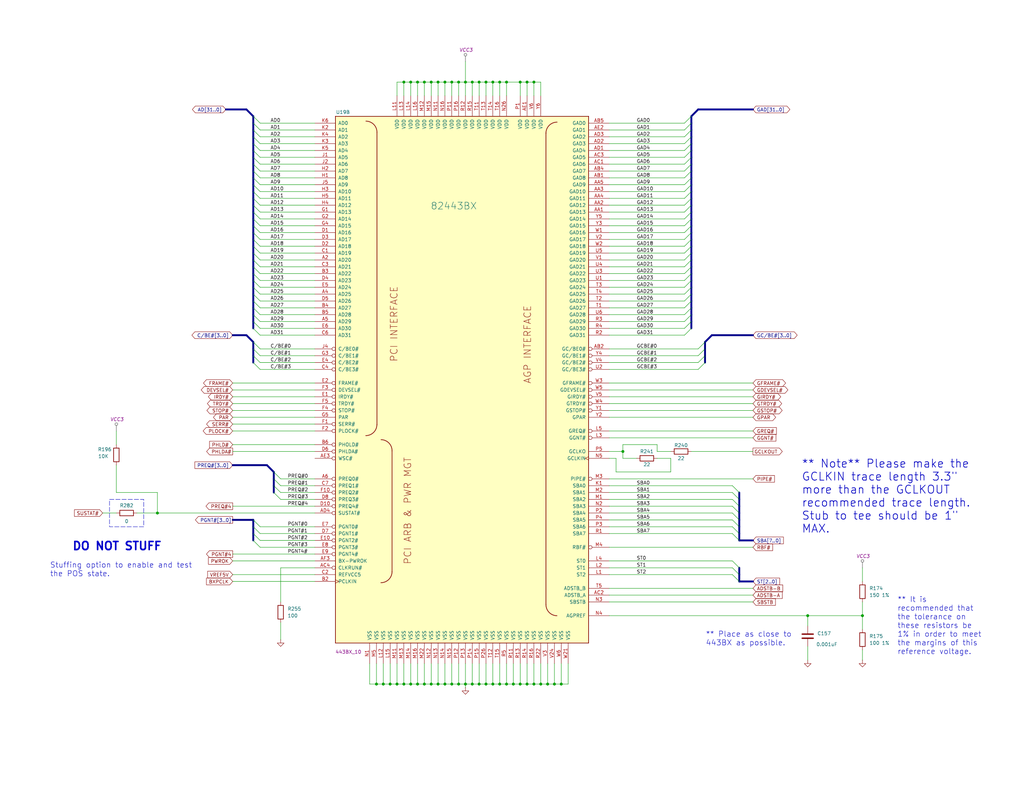
<source format=kicad_sch>
(kicad_sch (version 20241004) (generator "eeschema") (generator_version "8.99")
  (paper "User" 380 300)
  (title_block (title "82443BX PCI AND AGP INTERFACES") (date "Thursday, April 09, 1998") (rev "1.0"))
  (lib_symbols
    (symbol "Device:C" (pin_numbers (hide yes)) (pin_names (offset 0.254))
      (property "Reference" "C" (at 0.635 2.54 0))
      (property "Value" "C" (at 0.635 -2.54 0))
      (symbol "C_1_1"
        (pin passive line (at 0 3.81 270) (length 2.794) (name "~") (number "1"))
        (pin passive line (at 0 -3.81 90) (length 2.794) (name "~") (number "2"))
      )
    )
    (symbol "Device:R" (pin_numbers (hide yes)) (pin_names (offset 0))
      (property "Reference" "R" (at 2.032 0 90))
      (property "Value" "R" (at 0 0 90))
      (symbol "R_1_1"
        (pin passive line (at 0 3.81 270) (length 1.27) (name "~") (number "1"))
        (pin passive line (at 0 -3.81 90) (length 1.27) (name "~") (number "2"))
      )
    )
    (symbol "P2-3_era:440BX_Chipset" (pin_names (offset 1.016))
      (property "Reference" "U" (at -38.862 107.188 0))
      (property "Value" "82443BX" (at -0.762 78.232 0))
      (symbol "440BX_Chipset_1_1"
        (text "SYSTEM INTERFACE" (at -19.05 27.686 900) (effects (font (size 2.54 2.54))))
        (text "DRAM INTERFACE" (at 16.764 17.526 900) (effects (font (size 2.54 2.54))))
        (pin bidirectional inverted (at -48.26 101.6 0) (length 7.62) (name "HA3#") (number "G25"))
        (pin bidirectional inverted (at -48.26 99.06 0) (length 7.62) (name "HA4#") (number "H22"))
        (pin bidirectional inverted (at -48.26 96.52 0) (length 7.62) (name "HA5#") (number "G23"))
        (pin bidirectional inverted (at -48.26 93.98 0) (length 7.62) (name "HA6#") (number "H23"))
        (pin bidirectional inverted (at -48.26 91.44 0) (length 7.62) (name "HA7#") (number "G24"))
        (pin bidirectional inverted (at -48.26 88.9 0) (length 7.62) (name "HA8#") (number "F26"))
        (pin bidirectional inverted (at -48.26 86.36 0) (length 7.62) (name "HA9#") (number "G26"))
        (pin bidirectional inverted (at -48.26 83.82 0) (length 7.62) (name "HA10#") (number "G22"))
        (pin bidirectional inverted (at -48.26 81.28 0) (length 7.62) (name "HA11#") (number "F22"))
        (pin bidirectional inverted (at -48.26 78.74 0) (length 7.62) (name "HA12#") (number "F23"))
        (pin bidirectional inverted (at -48.26 76.2 0) (length 7.62) (name "HA13#") (number "F24"))
        (pin bidirectional inverted (at -48.26 73.66 0) (length 7.62) (name "HA14#") (number "F25"))
        (pin bidirectional inverted (at -48.26 71.12 0) (length 7.62) (name "HA15#") (number "E23"))
        (pin bidirectional inverted (at -48.26 68.58 0) (length 7.62) (name "HA16#") (number "E26"))
        (pin bidirectional inverted (at -48.26 66.04 0) (length 7.62) (name "HA17#") (number "E25"))
        (pin bidirectional inverted (at -48.26 63.5 0) (length 7.62) (name "HA18#") (number "D25"))
        (pin bidirectional inverted (at -48.26 60.96 0) (length 7.62) (name "HA19#") (number "D26"))
        (pin bidirectional inverted (at -48.26 58.42 0) (length 7.62) (name "HA20#") (number "B25"))
        (pin bidirectional inverted (at -48.26 55.88 0) (length 7.62) (name "HA21#") (number "C26"))
        (pin bidirectional inverted (at -48.26 53.34 0) (length 7.62) (name "HA22#") (number "A25"))
        (pin bidirectional inverted (at -48.26 50.8 0) (length 7.62) (name "HA23#") (number "C25"))
        (pin bidirectional inverted (at -48.26 48.26 0) (length 7.62) (name "HA24#") (number "A24"))
        (pin bidirectional inverted (at -48.26 45.72 0) (length 7.62) (name "HA25#") (number "D24"))
        (pin bidirectional inverted (at -48.26 43.18 0) (length 7.62) (name "HA26#") (number "C23"))
        (pin bidirectional inverted (at -48.26 40.64 0) (length 7.62) (name "HA27#") (number "B24"))
        (pin bidirectional inverted (at -48.26 38.1 0) (length 7.62) (name "HA28#") (number "C24"))
        (pin bidirectional inverted (at -48.26 35.56 0) (length 7.62) (name "HA29#") (number "A23"))
        (pin bidirectional inverted (at -48.26 33.02 0) (length 7.62) (name "HA30#") (number "E22"))
        (pin bidirectional inverted (at -48.26 30.48 0) (length 7.62) (name "HA31#") (number "D23"))
        (pin output inverted (at -48.26 25.4 0) (length 7.62) (name "CPURST#") (number "B23"))
        (pin bidirectional inverted (at -48.26 22.86 0) (length 7.62) (name "ADS#") (number "K21"))
        (pin bidirectional inverted (at -48.26 20.32 0) (length 7.62) (name "BNR#") (number "H24"))
        (pin output inverted (at -48.26 17.78 0) (length 7.62) (name "BPRI#") (number "H26"))
        (pin bidirectional inverted (at -48.26 12.7 0) (length 7.62) (name "DBSY#") (number "L23"))
        (pin output inverted (at -48.26 10.16 0) (length 7.62) (name "DEFER#") (number "J26"))
        (pin bidirectional inverted (at -48.26 7.62 0) (length 7.62) (name "DRDY#") (number "K23"))
        (pin bidirectional inverted (at -48.26 5.08 0) (length 7.62) (name "HIT#") (number "L24"))
        (pin bidirectional inverted (at -48.26 2.54 0) (length 7.62) (name "HITM#") (number "L22"))
        (pin input inverted (at -48.26 0 0) (length 7.62) (name "HLOCK#") (number "K22"))
        (pin bidirectional inverted (at -48.26 -2.54 0) (length 7.62) (name "HTRDY#") (number "H25"))
        (pin output inverted (at -48.26 -5.08 0) (length 7.62) (name "BREQ0#") (number "B26"))
        (pin bidirectional inverted (at -48.26 -10.16 0) (length 7.62) (name "RS#0") (number "K26"))
        (pin bidirectional inverted (at -48.26 -12.7 0) (length 7.62) (name "RS#1") (number "L26"))
        (pin bidirectional inverted (at -48.26 -15.24 0) (length 7.62) (name "RS#2") (number "L25"))
        (pin bidirectional inverted (at -48.26 -20.32 0) (length 7.62) (name "HREQ#0") (number "J22"))
        (pin bidirectional inverted (at -48.26 -22.86 0) (length 7.62) (name "HREQ#1") (number "J23"))
        (pin bidirectional inverted (at -48.26 -25.4 0) (length 7.62) (name "HREQ#2") (number "K24"))
        (pin bidirectional inverted (at -48.26 -27.94 0) (length 7.62) (name "HREQ#3") (number "K25"))
        (pin bidirectional inverted (at -48.26 -30.48 0) (length 7.62) (name "HREQ#4") (number "J25"))
        (pin input clock (at -48.26 -45.72 0) (length 7.62) (name "HCLKIN") (number "N23"))
        (pin input inverted (at -48.26 -50.8 0) (length 7.62) (name "TESTIN#") (number "M25"))
        (pin output inverted (at -48.26 -53.34 0) (length 7.62) (name "CRESET#") (number "M26"))
        (pin input inverted (at -48.26 -58.42 0) (length 7.62) (name "PCIRST#") (number "A3"))
        (pin no_connect line (at -48.26 -76.2 0) (length 7.62) (name "RESVA") (number "AE22"))
        (pin no_connect line (at -48.26 -78.74 0) (length 7.62) (name "RESVB") (number "AE23"))
        (pin no_connect line (at -48.26 -81.28 0) (length 7.62) (name "RESVC") (number "P22"))
        (pin power_in line (at -25.4 -109.22 90) (length 7.62) (name "VSS") (number "A1"))
        (pin power_in line (at -22.86 -109.22 90) (length 7.62) (name "VSS") (number "A14"))
        (pin power_in line (at -20.32 -109.22 90) (length 7.62) (name "VSS") (number "A26"))
        (pin power_in line (at -17.78 -109.22 90) (length 7.62) (name "VSS") (number "C5"))
        (pin power_in line (at -15.24 111.76 270) (length 7.62) (name "VDD") (number "V21"))
        (pin power_in line (at -15.24 -109.22 90) (length 7.62) (name "VSS") (number "C9"))
        (pin power_in line (at -12.7 111.76 270) (length 7.62) (name "VDD") (number "Y21"))
        (pin power_in line (at -12.7 -109.22 90) (length 7.62) (name "VSS") (number "C18"))
        (pin power_in line (at -10.16 111.76 270) (length 7.62) (name "VDD") (number "F7"))
        (pin power_in line (at -10.16 -109.22 90) (length 7.62) (name "VSS") (number "C22"))
        (pin power_in line (at -7.62 111.76 270) (length 7.62) (name "VDD") (number "F9"))
        (pin power_in line (at -7.62 -109.22 90) (length 7.62) (name "VSS") (number "E3"))
        (pin power_in line (at -5.08 111.76 270) (length 7.62) (name "VDD") (number "F18"))
        (pin power_in line (at -5.08 -109.22 90) (length 7.62) (name "VSS") (number "E12"))
        (pin power_in line (at -2.54 111.76 270) (length 7.62) (name "VDD") (number "F20"))
        (pin power_in line (at -2.54 -109.22 90) (length 7.62) (name "VSS") (number "E15"))
        (pin power_in line (at 0 111.76 270) (length 7.62) (name "VDD") (number "G6"))
        (pin power_in line (at 0 -109.22 90) (length 7.62) (name "VSS") (number "E24"))
        (pin power_in line (at 2.54 111.76 270) (length 7.62) (name "VDD") (number "G21"))
        (pin power_in line (at 2.54 -109.22 90) (length 7.62) (name "VSS") (number "F6"))
        (pin power_in line (at 5.08 111.76 270) (length 7.62) (name "VDD") (number "J6"))
        (pin power_in line (at 5.08 -109.22 90) (length 7.62) (name "VSS") (number "F8"))
        (pin power_in line (at 7.62 111.76 270) (length 7.62) (name "VDD") (number "J21"))
        (pin power_in line (at 7.62 -109.22 90) (length 7.62) (name "VSS") (number "F19"))
        (pin power_in line (at 10.16 111.76 270) (length 7.62) (name "VDD") (number "AA7"))
        (pin power_in line (at 10.16 -109.22 90) (length 7.62) (name "VSS") (number "F21"))
        (pin power_in line (at 12.7 111.76 270) (length 7.62) (name "VDD") (number "AA9"))
        (pin power_in line (at 12.7 -109.22 90) (length 7.62) (name "VSS") (number "H6"))
        (pin power_in line (at 15.24 111.76 270) (length 7.62) (name "VDD") (number "AA18"))
        (pin power_in line (at 15.24 -109.22 90) (length 7.62) (name "VSS") (number "H21"))
        (pin power_in line (at 17.78 111.76 270) (length 7.62) (name "VDD") (number "AA20"))
        (pin power_in line (at 17.78 -109.22 90) (length 7.62) (name "VSS") (number "J3"))
        (pin power_in line (at 20.32 -109.22 90) (length 7.62) (name "VSS") (number "J24"))
        (pin output line (at 48.26 101.6 180) (length 7.62) (name "MAA0") (number "AF17"))
        (pin output line (at 48.26 99.06 180) (length 7.62) (name "MAA1") (number "AB16"))
        (pin output line (at 48.26 96.52 180) (length 7.62) (name "MAA2") (number "AE17"))
        (pin output line (at 48.26 93.98 180) (length 7.62) (name "MAA3") (number "AC17"))
        (pin output line (at 48.26 91.44 180) (length 7.62) (name "MAA4") (number "AF18"))
        (pin output line (at 48.26 88.9 180) (length 7.62) (name "MAA5") (number "AE19"))
        (pin output line (at 48.26 86.36 180) (length 7.62) (name "MAA6") (number "AF19"))
        (pin output line (at 48.26 83.82 180) (length 7.62) (name "MAA7") (number "AC18"))
        (pin output line (at 48.26 81.28 180) (length 7.62) (name "MAA8") (number "AC19"))
        (pin output line (at 48.26 78.74 180) (length 7.62) (name "MAA9") (number "AE20"))
        (pin output line (at 48.26 76.2 180) (length 7.62) (name "MAA10") (number "AD20"))
        (pin output line (at 48.26 73.66 180) (length 7.62) (name "MAA11") (number "AF21"))
        (pin output line (at 48.26 71.12 180) (length 7.62) (name "MAA12") (number "AC21"))
        (pin output line (at 48.26 68.58 180) (length 7.62) (name "MAA13") (number "AF25"))
        (pin output inverted (at 48.26 63.5 180) (length 7.62) (name "MAB0#") (number "AD16"))
        (pin output inverted (at 48.26 60.96 180) (length 7.62) (name "MAB1#") (number "AC16"))
        (pin output inverted (at 48.26 58.42 180) (length 7.62) (name "MAB2#") (number "AD17"))
        (pin output inverted (at 48.26 55.88 180) (length 7.62) (name "MAB3#") (number "AB17"))
        (pin output inverted (at 48.26 53.34 180) (length 7.62) (name "MAB4#") (number "AE18"))
        (pin output inverted (at 48.26 50.8 180) (length 7.62) (name "MAB5#") (number "AD19"))
        (pin output inverted (at 48.26 48.26 180) (length 7.62) (name "MAB6#") (number "AB18"))
        (pin output inverted (at 48.26 45.72 180) (length 7.62) (name "MAB7#") (number "AB19"))
        (pin output inverted (at 48.26 43.18 180) (length 7.62) (name "MAB8#") (number "AF20"))
        (pin output inverted (at 48.26 40.64 180) (length 7.62) (name "MAB9#") (number "AC20"))
        (pin output line (at 48.26 38.1 180) (length 7.62) (name "MAB10") (number "AB20"))
        (pin output inverted (at 48.26 35.56 180) (length 7.62) (name "MAB11#") (number "AE21"))
        (pin output inverted (at 48.26 33.02 180) (length 7.62) (name "MAB12#") (number "AD21"))
        (pin output line (at 48.26 30.48 180) (length 7.62) (name "MAB13") (number "AF22"))
        (pin output inverted (at 48.26 25.4 180) (length 7.62) (name "CSA0#/RASA0#") (number "AB14"))
        (pin output inverted (at 48.26 22.86 180) (length 7.62) (name "CSA1#/RASA1#") (number "AF15"))
        (pin output inverted (at 48.26 20.32 180) (length 7.62) (name "CSA2#/RASA2#") (number "AE15"))
        (pin output inverted (at 48.26 17.78 180) (length 7.62) (name "CSA3#/RASA3#") (number "AC15"))
        (pin output inverted (at 48.26 15.24 180) (length 7.62) (name "CSA4#/RASA4#") (number "AD15"))
        (pin output inverted (at 48.26 12.7 180) (length 7.62) (name "CSA5#/RASA5#") (number "AE16"))
        (pin output inverted (at 48.26 10.16 180) (length 7.62) (name "CSA6#/CKE2") (number "AE24"))
        (pin output inverted (at 48.26 7.62 180) (length 7.62) (name "CSA7#/CKE3") (number "AD23"))
        (pin output inverted (at 48.26 2.54 180) (length 7.62) (name "CSB0#/RASB0#") (number "AE25"))
        (pin output inverted (at 48.26 0 180) (length 7.62) (name "CSB1#/RASB1#") (number "AD24"))
        (pin output inverted (at 48.26 -2.54 180) (length 7.62) (name "CSB2#/RASB2#") (number "AD26"))
        (pin output inverted (at 48.26 -5.08 180) (length 7.62) (name "CSB3#/RASB3#") (number "AC24"))
        (pin output inverted (at 48.26 -7.62 180) (length 7.62) (name "CSB4#/RASB4#") (number "AC26"))
        (pin output inverted (at 48.26 -10.16 180) (length 7.62) (name "CSB5#/RASB5#") (number "AB23"))
        (pin output inverted (at 48.26 -12.7 180) (length 7.62) (name "CKE4#/CSB6") (number "AC23"))
        (pin output inverted (at 48.26 -15.24 180) (length 7.62) (name "CKE5#/CSB7") (number "AF24"))
        (pin output line (at 48.26 -20.32 180) (length 7.62) (name "DQMA0/CASA0#") (number "AD13"))
        (pin output line (at 48.26 -22.86 180) (length 7.62) (name "DQMA1/CASA1#") (number "AC13"))
        (pin output line (at 48.26 -25.4 180) (length 7.62) (name "DQMA2/CASA2#") (number "AC25"))
        (pin output line (at 48.26 -27.94 180) (length 7.62) (name "DQMA3/CASA3#") (number "AB26"))
        (pin output line (at 48.26 -30.48 180) (length 7.62) (name "DQMA4/CASA4#") (number "AE14"))
        (pin output line (at 48.26 -33.02 180) (length 7.62) (name "DQMA5/CASA5#") (number "AC14"))
        (pin output line (at 48.26 -35.56 180) (length 7.62) (name "DQMA6/CASA6#") (number "AA22"))
        (pin output line (at 48.26 -38.1 180) (length 7.62) (name "DQMA7/CASA7#") (number "AA24"))
        (pin output line (at 48.26 -43.18 180) (length 7.62) (name "DQMB1/CASB1#") (number "AE13"))
        (pin output line (at 48.26 -45.72 180) (length 7.62) (name "DQMB5/CASB5#") (number "AD14"))
        (pin output line (at 48.26 -50.8 180) (length 7.62) (name "CKE0/FENA") (number "AC22"))
        (pin output line (at 48.26 -53.34 180) (length 7.62) (name "CKE1/GCKE") (number "AF23"))
        (pin output inverted (at 48.26 -60.96 180) (length 7.62) (name "SRAS_A#") (number "AF16"))
        (pin output inverted (at 48.26 -63.5 180) (length 7.62) (name "SRAS_B#") (number "AA17"))
        (pin output inverted (at 48.26 -66.04 180) (length 7.62) (name "SCAS_A#") (number "AF12"))
        (pin output inverted (at 48.26 -68.58 180) (length 7.62) (name "SCAS_B#") (number "AB13"))
        (pin output inverted (at 48.26 -73.66 180) (length 7.62) (name "WE_A#") (number "AE12"))
        (pin output inverted (at 48.26 -76.2 180) (length 7.62) (name "WE_B#") (number "AC12"))
        (pin output line (at 48.26 -81.28 180) (length 7.62) (name "DCLKO") (number "AB21"))
        (pin input clock (at 48.26 -83.82 180) (length 7.62) (name "DCLKWR") (number "AD25"))
        (pin input clock (at 48.26 -86.36 180) (length 7.62) (name "DCLKRD") (number "AB22"))
      )
      (symbol "440BX_Chipset_2_1"
        (text "PCI INTERFACE" (at -23.9789 21.9728 900) (effects (font (size 2.54 2.54))))
        (text "PCI ARB & PWR MGT" (at -18.8989 -47.3692 900) (effects (font (size 2.54 2.54))))
        (text "AGP INTERFACE" (at 25.5511 14.3528 900) (effects (font (size 2.54 2.54))))
        (pin bidirectional line (at -53.34 96.52 0) (length 7.62) (name "AD0") (number "K6"))
        (pin bidirectional line (at -53.34 93.98 0) (length 7.62) (name "AD1") (number "K2"))
        (pin bidirectional line (at -53.34 91.44 0) (length 7.62) (name "AD2") (number "K4"))
        (pin bidirectional line (at -53.34 88.9 0) (length 7.62) (name "AD3") (number "K3"))
        (pin bidirectional line (at -53.34 86.36 0) (length 7.62) (name "AD4") (number "K5"))
        (pin bidirectional line (at -53.34 83.82 0) (length 7.62) (name "AD5") (number "J1"))
        (pin bidirectional line (at -53.34 81.28 0) (length 7.62) (name "AD6") (number "J2"))
        (pin bidirectional line (at -53.34 78.74 0) (length 7.62) (name "AD7") (number "H2"))
        (pin bidirectional line (at -53.34 76.2 0) (length 7.62) (name "AD8") (number "H1"))
        (pin bidirectional line (at -53.34 73.66 0) (length 7.62) (name "AD9") (number "J5"))
        (pin bidirectional line (at -53.34 71.12 0) (length 7.62) (name "AD10") (number "H3"))
        (pin bidirectional line (at -53.34 68.58 0) (length 7.62) (name "AD11") (number "H5"))
        (pin bidirectional line (at -53.34 66.04 0) (length 7.62) (name "AD12") (number "H4"))
        (pin bidirectional line (at -53.34 63.5 0) (length 7.62) (name "AD13") (number "G1"))
        (pin bidirectional line (at -53.34 60.96 0) (length 7.62) (name "AD14") (number "G2"))
        (pin bidirectional line (at -53.34 58.42 0) (length 7.62) (name "AD15") (number "G4"))
        (pin bidirectional line (at -53.34 55.88 0) (length 7.62) (name "AD16") (number "D1"))
        (pin bidirectional line (at -53.34 53.34 0) (length 7.62) (name "AD17") (number "D3"))
        (pin bidirectional line (at -53.34 50.8 0) (length 7.62) (name "AD18") (number "D2"))
        (pin bidirectional line (at -53.34 48.26 0) (length 7.62) (name "AD19") (number "C1"))
        (pin bidirectional line (at -53.34 45.72 0) (length 7.62) (name "AD20") (number "A2"))
        (pin bidirectional line (at -53.34 43.18 0) (length 7.62) (name "AD21") (number "C3"))
        (pin bidirectional line (at -53.34 40.64 0) (length 7.62) (name "AD22") (number "B3"))
        (pin bidirectional line (at -53.34 38.1 0) (length 7.62) (name "AD23") (number "D4"))
        (pin bidirectional line (at -53.34 35.56 0) (length 7.62) (name "AD24") (number "E5"))
        (pin bidirectional line (at -53.34 33.02 0) (length 7.62) (name "AD25") (number "A4"))
        (pin bidirectional line (at -53.34 30.48 0) (length 7.62) (name "AD26") (number "D5"))
        (pin bidirectional line (at -53.34 27.94 0) (length 7.62) (name "AD27") (number "B4"))
        (pin bidirectional line (at -53.34 25.4 0) (length 7.62) (name "AD28") (number "B5"))
        (pin bidirectional line (at -53.34 22.86 0) (length 7.62) (name "AD29") (number "A5"))
        (pin bidirectional line (at -53.34 20.32 0) (length 7.62) (name "AD30") (number "E6"))
        (pin bidirectional line (at -53.34 17.78 0) (length 7.62) (name "AD31") (number "C6"))
        (pin bidirectional inverted (at -53.34 12.7 0) (length 7.62) (name "C/BE0#") (number "J4"))
        (pin bidirectional inverted (at -53.34 10.16 0) (length 7.62) (name "C/BE1#") (number "G3"))
        (pin bidirectional inverted (at -53.34 7.62 0) (length 7.62) (name "C/BE2#") (number "E4"))
        (pin bidirectional inverted (at -53.34 5.08 0) (length 7.62) (name "C/BE3#") (number "C4"))
        (pin bidirectional inverted (at -53.34 0 0) (length 7.62) (name "FRAME#") (number "E2"))
        (pin bidirectional inverted (at -53.34 -2.54 0) (length 7.62) (name "DEVSEL#") (number "F3"))
        (pin bidirectional inverted (at -53.34 -5.08 0) (length 7.62) (name "IRDY#") (number "E1"))
        (pin bidirectional inverted (at -53.34 -7.62 0) (length 7.62) (name "TRDY#") (number "F5"))
        (pin bidirectional inverted (at -53.34 -10.16 0) (length 7.62) (name "STOP#") (number "F4"))
        (pin bidirectional line (at -53.34 -12.7 0) (length 7.62) (name "PAR") (number "G5"))
        (pin bidirectional inverted (at -53.34 -15.24 0) (length 7.62) (name "SERR#") (number "F1"))
        (pin bidirectional inverted (at -53.34 -17.78 0) (length 7.62) (name "PLOCK#") (number "F2"))
        (pin input inverted (at -53.34 -22.86 0) (length 7.62) (name "PHOLD#") (number "B6"))
        (pin output inverted (at -53.34 -25.4 0) (length 7.62) (name "PHLDA#") (number "D6"))
        (pin unspecified inverted (at -53.34 -27.94 0) (length 7.62) (name "WSC#") (number "AE3"))
        (pin input inverted (at -53.34 -35.56 0) (length 7.62) (name "PREQ0#") (number "A6"))
        (pin input inverted (at -53.34 -38.1 0) (length 7.62) (name "PREQ1#") (number "C7"))
        (pin input inverted (at -53.34 -40.64 0) (length 7.62) (name "PREQ2#") (number "F10"))
        (pin input inverted (at -53.34 -43.18 0) (length 7.62) (name "PREQ3#") (number "D8"))
        (pin output inverted (at -53.34 -45.72 0) (length 7.62) (name "PREQ4#") (number "D10"))
        (pin input inverted (at -53.34 -48.26 0) (length 7.62) (name "SUSTAT#") (number "AD4"))
        (pin output inverted (at -53.34 -53.34 0) (length 7.62) (name "PGNT0#") (number "E7"))
        (pin output inverted (at -53.34 -55.88 0) (length 7.62) (name "PGNT1#") (number "D7"))
        (pin output inverted (at -53.34 -58.42 0) (length 7.62) (name "PGNT2#") (number "E10"))
        (pin output inverted (at -53.34 -60.96 0) (length 7.62) (name "PGNT3#") (number "E8"))
        (pin output inverted (at -53.34 -63.5 0) (length 7.62) (name "PGNT4#") (number "E9"))
        (pin input line (at -53.34 -66.04 0) (length 7.62) (name "BX-PWROK") (number "AF3"))
        (pin unspecified inverted (at -53.34 -68.58 0) (length 7.62) (name "CLKRUN#") (number "AC4"))
        (pin input line (at -53.34 -71.12 0) (length 7.62) (name "REFVCC5") (number "C2"))
        (pin input clock (at -53.34 -73.66 0) (length 7.62) (name "PCLKIN") (number "B2"))
        (pin power_in line (at -33.02 -104.14 90) (length 7.62) (name "VSS") (number "N1"))
        (pin power_in line (at -30.48 -104.14 90) (length 7.62) (name "VSS") (number "M5"))
        (pin power_in line (at -27.94 -104.14 90) (length 7.62) (name "VSS") (number "L12"))
        (pin power_in line (at -25.4 -104.14 90) (length 7.62) (name "VSS") (number "L15"))
        (pin power_in line (at -22.86 106.68 270) (length 7.62) (name "VDD") (number "L11"))
        (pin power_in line (at -22.86 -104.14 90) (length 7.62) (name "VSS") (number "M11"))
        (pin power_in line (at -20.32 106.68 270) (length 7.62) (name "VDD") (number "L13"))
        (pin power_in line (at -20.32 -104.14 90) (length 7.62) (name "VSS") (number "M13"))
        (pin power_in line (at -17.78 106.68 270) (length 7.62) (name "VDD") (number "L14"))
        (pin power_in line (at -17.78 -104.14 90) (length 7.62) (name "VSS") (number "M14"))
        (pin power_in line (at -15.24 106.68 270) (length 7.62) (name "VDD") (number "L16"))
        (pin power_in line (at -15.24 -104.14 90) (length 7.62) (name "VSS") (number "M16"))
        (pin power_in line (at -12.7 106.68 270) (length 7.62) (name "VDD") (number "M12"))
        (pin power_in line (at -12.7 -104.14 90) (length 7.62) (name "VSS") (number "M22"))
        (pin power_in line (at -10.16 106.68 270) (length 7.62) (name "VDD") (number "M15"))
        (pin power_in line (at -10.16 -104.14 90) (length 7.62) (name "VSS") (number "N12"))
        (pin power_in line (at -7.62 106.68 270) (length 7.62) (name "VDD") (number "N11"))
        (pin power_in line (at -7.62 -104.14 90) (length 7.62) (name "VSS") (number "N13"))
        (pin power_in line (at -5.08 106.68 270) (length 7.62) (name "VDD") (number "N16"))
        (pin power_in line (at -5.08 -104.14 90) (length 7.62) (name "VSS") (number "N14"))
        (pin power_in line (at -2.54 106.68 270) (length 7.62) (name "VDD") (number "P11"))
        (pin power_in line (at -2.54 -104.14 90) (length 7.62) (name "VSS") (number "N15"))
        (pin power_in line (at 0 106.68 270) (length 7.62) (name "VDD") (number "P16"))
        (pin power_in line (at 0 -104.14 90) (length 7.62) (name "VSS") (number "P12"))
        (pin power_in line (at 2.54 106.68 270) (length 7.62) (name "VDD") (number "R12"))
        (pin power_in line (at 2.54 -104.14 90) (length 7.62) (name "VSS") (number "P13"))
        (pin power_in line (at 5.08 106.68 270) (length 7.62) (name "VDD") (number "R15"))
        (pin power_in line (at 5.08 -104.14 90) (length 7.62) (name "VSS") (number "P14"))
        (pin power_in line (at 7.62 106.68 270) (length 7.62) (name "VDD") (number "T11"))
        (pin power_in line (at 7.62 -104.14 90) (length 7.62) (name "VSS") (number "P15"))
        (pin power_in line (at 10.16 106.68 270) (length 7.62) (name "VDD") (number "T13"))
        (pin power_in line (at 10.16 -104.14 90) (length 7.62) (name "VSS") (number "P26"))
        (pin power_in line (at 12.7 106.68 270) (length 7.62) (name "VDD") (number "T14"))
        (pin power_in line (at 12.7 -104.14 90) (length 7.62) (name "VSS") (number "T12"))
        (pin power_in line (at 15.24 106.68 270) (length 7.62) (name "VDD") (number "T16"))
        (pin power_in line (at 15.24 -104.14 90) (length 7.62) (name "VSS") (number "T15"))
        (pin power_in line (at 17.78 106.68 270) (length 7.62) (name "VDD") (number "N26"))
        (pin power_in line (at 17.78 -104.14 90) (length 7.62) (name "VSS") (number "R5"))
        (pin power_in line (at 20.32 -104.14 90) (length 7.62) (name "VSS") (number "R11"))
        (pin power_in line (at 22.86 106.68 270) (length 7.62) (name "VDD") (number "P1"))
        (pin power_in line (at 22.86 -104.14 90) (length 7.62) (name "VSS") (number "R13"))
        (pin power_in line (at 25.4 106.68 270) (length 7.62) (name "VDD") (number "AE1"))
        (pin power_in line (at 25.4 -104.14 90) (length 7.62) (name "VSS") (number "R14"))
        (pin power_in line (at 27.94 106.68 270) (length 7.62) (name "VDD") (number "V6"))
        (pin power_in line (at 27.94 -104.14 90) (length 7.62) (name "VSS") (number "R16"))
        (pin power_in line (at 30.48 106.68 270) (length 7.62) (name "VDD") (number "Y6"))
        (pin power_in line (at 30.48 -104.14 90) (length 7.62) (name "VSS") (number "R22"))
        (pin power_in line (at 33.02 -104.14 90) (length 7.62) (name "VSS") (number "V3"))
        (pin power_in line (at 35.56 -104.14 90) (length 7.62) (name "VSS") (number "V24"))
        (pin power_in line (at 38.1 -104.14 90) (length 7.62) (name "VSS") (number "W6"))
        (pin power_in line (at 40.64 -104.14 90) (length 7.62) (name "VSS") (number "W21"))
        (pin bidirectional line (at 55.88 96.52 180) (length 7.62) (name "GAD0") (number "AB5"))
        (pin bidirectional line (at 55.88 93.98 180) (length 7.62) (name "GAD1") (number "AE2"))
        (pin bidirectional line (at 55.88 91.44 180) (length 7.62) (name "GAD2") (number "AD3"))
        (pin bidirectional line (at 55.88 88.9 180) (length 7.62) (name "GAD3") (number "AD2"))
        (pin bidirectional line (at 55.88 86.36 180) (length 7.62) (name "GAD4") (number "AD1"))
        (pin bidirectional line (at 55.88 83.82 180) (length 7.62) (name "GAD5") (number "AC3"))
        (pin bidirectional line (at 55.88 81.28 180) (length 7.62) (name "GAD6") (number "AC1"))
        (pin bidirectional line (at 55.88 78.74 180) (length 7.62) (name "GAD7") (number "AB4"))
        (pin bidirectional line (at 55.88 76.2 180) (length 7.62) (name "GAD8") (number "AB1"))
        (pin bidirectional line (at 55.88 73.66 180) (length 7.62) (name "GAD9") (number "AA5"))
        (pin bidirectional line (at 55.88 71.12 180) (length 7.62) (name "GAD10") (number "AA3"))
        (pin bidirectional line (at 55.88 68.58 180) (length 7.62) (name "GAD11") (number "AA4"))
        (pin bidirectional line (at 55.88 66.04 180) (length 7.62) (name "GAD12") (number "AA2"))
        (pin bidirectional line (at 55.88 63.5 180) (length 7.62) (name "GAD13") (number "AA1"))
        (pin bidirectional line (at 55.88 60.96 180) (length 7.62) (name "GAD14") (number "Y5"))
        (pin bidirectional line (at 55.88 58.42 180) (length 7.62) (name "GAD15") (number "Y3"))
        (pin bidirectional line (at 55.88 55.88 180) (length 7.62) (name "GAD16") (number "W1"))
        (pin bidirectional line (at 55.88 53.34 180) (length 7.62) (name "GAD17") (number "V2"))
        (pin bidirectional line (at 55.88 50.8 180) (length 7.62) (name "GAD18") (number "W2"))
        (pin bidirectional line (at 55.88 48.26 180) (length 7.62) (name "GAD19") (number "U5"))
        (pin bidirectional line (at 55.88 45.72 180) (length 7.62) (name "GAD20") (number "V1"))
        (pin bidirectional line (at 55.88 43.18 180) (length 7.62) (name "GAD21") (number "U4"))
        (pin bidirectional line (at 55.88 40.64 180) (length 7.62) (name "GAD22") (number "U3"))
        (pin bidirectional line (at 55.88 38.1 180) (length 7.62) (name "GAD23") (number "U1"))
        (pin bidirectional line (at 55.88 35.56 180) (length 7.62) (name "GAD24") (number "T3"))
        (pin bidirectional line (at 55.88 33.02 180) (length 7.62) (name "GAD25") (number "T4"))
        (pin bidirectional line (at 55.88 30.48 180) (length 7.62) (name "GAD26") (number "T2"))
        (pin bidirectional line (at 55.88 27.94 180) (length 7.62) (name "GAD27") (number "T1"))
        (pin bidirectional line (at 55.88 25.4 180) (length 7.62) (name "GAD28") (number "U6"))
        (pin bidirectional line (at 55.88 22.86 180) (length 7.62) (name "GAD29") (number "R3"))
        (pin bidirectional line (at 55.88 20.32 180) (length 7.62) (name "GAD30") (number "R4"))
        (pin bidirectional line (at 55.88 17.78 180) (length 7.62) (name "GAD31") (number "R2"))
        (pin bidirectional inverted (at 55.88 12.7 180) (length 7.62) (name "GC/BE0#") (number "AB2"))
        (pin bidirectional inverted (at 55.88 10.16 180) (length 7.62) (name "GC/BE1#") (number "Y4"))
        (pin bidirectional inverted (at 55.88 7.62 180) (length 7.62) (name "GC/BE2#") (number "V4"))
        (pin bidirectional inverted (at 55.88 5.08 180) (length 7.62) (name "GC/BE3#") (number "U2"))
        (pin bidirectional inverted (at 55.88 0 180) (length 7.62) (name "GFRAME#") (number "W3"))
        (pin bidirectional inverted (at 55.88 -2.54 180) (length 7.62) (name "GDEVSEL#") (number "W5"))
        (pin bidirectional inverted (at 55.88 -5.08 180) (length 7.62) (name "GIRDY#") (number "V5"))
        (pin bidirectional inverted (at 55.88 -7.62 180) (length 7.62) (name "GTRDY#") (number "W4"))
        (pin bidirectional inverted (at 55.88 -10.16 180) (length 7.62) (name "GSTOP#") (number "Y1"))
        (pin bidirectional line (at 55.88 -12.7 180) (length 7.62) (name "GPAR") (number "Y2"))
        (pin input inverted (at 55.88 -17.78 180) (length 7.62) (name "GREQ#") (number "L5"))
        (pin input inverted (at 55.88 -20.32 180) (length 7.62) (name "GGNT#") (number "L3"))
        (pin output line (at 55.88 -25.4 180) (length 7.62) (name "GCLKO") (number "P5"))
        (pin input clock (at 55.88 -27.94 180) (length 7.62) (name "GCLKIN") (number "N5"))
        (pin input inverted (at 55.88 -35.56 180) (length 7.62) (name "PIPE#") (number "M3"))
        (pin input line (at 55.88 -38.1 180) (length 7.62) (name "SBA0") (number "K1"))
        (pin input line (at 55.88 -40.64 180) (length 7.62) (name "SBA1") (number "M2"))
        (pin input line (at 55.88 -43.18 180) (length 7.62) (name "SBA2") (number "M1"))
        (pin input line (at 55.88 -45.72 180) (length 7.62) (name "SBA3") (number "N2"))
        (pin input line (at 55.88 -48.26 180) (length 7.62) (name "SBA4") (number "P2"))
        (pin input line (at 55.88 -50.8 180) (length 7.62) (name "SBA5") (number "P4"))
        (pin input line (at 55.88 -53.34 180) (length 7.62) (name "SBA6") (number "P3"))
        (pin input line (at 55.88 -55.88 180) (length 7.62) (name "SBA7") (number "R1"))
        (pin input inverted (at 55.88 -60.96 180) (length 7.62) (name "RBF#") (number "M4"))
        (pin output line (at 55.88 -66.04 180) (length 7.62) (name "ST0") (number "L4"))
        (pin output line (at 55.88 -68.58 180) (length 7.62) (name "ST1") (number "L2"))
        (pin output line (at 55.88 -71.12 180) (length 7.62) (name "ST2") (number "L1"))
        (pin bidirectional line (at 55.88 -76.2 180) (length 7.62) (name "ADSTB_B") (number "T5"))
        (pin bidirectional line (at 55.88 -78.74 180) (length 7.62) (name "ADSTB_A") (number "AC2"))
        (pin input line (at 55.88 -81.28 180) (length 7.62) (name "SBSTB") (number "N3"))
        (pin input line (at 55.88 -86.36 180) (length 7.62) (name "AGPREF") (number "N4"))
      )
      (symbol "440BX_Chipset_3_1"
        (text "MEMORY DATA BUS" (at -19.05 4.826 900) (effects (font (size 2.54 2.54))))
        (text "HOST DATA BUS" (at 22.86 5.842 900) (effects (font (size 2.54 2.54))))
        (pin bidirectional line (at -45.72 93.98 0) (length 7.62) (name "MD0") (number "AF4"))
        (pin bidirectional line (at -45.72 91.44 0) (length 7.62) (name "MD1") (number "AE4"))
        (pin bidirectional line (at -45.72 88.9 0) (length 7.62) (name "MD2") (number "AF5"))
        (pin bidirectional line (at -45.72 86.36 0) (length 7.62) (name "MD3") (number "AD6"))
        (pin bidirectional line (at -45.72 83.82 0) (length 7.62) (name "MD4") (number "AE6"))
        (pin bidirectional line (at -45.72 81.28 0) (length 7.62) (name "MD5") (number "AB7"))
        (pin bidirectional line (at -45.72 78.74 0) (length 7.62) (name "MD6") (number "AC7"))
        (pin bidirectional line (at -45.72 76.2 0) (length 7.62) (name "MD7") (number "AF7"))
        (pin bidirectional line (at -45.72 73.66 0) (length 7.62) (name "MD8") (number "AB8"))
        (pin bidirectional line (at -45.72 71.12 0) (length 7.62) (name "MD9") (number "AB9"))
        (pin bidirectional line (at -45.72 68.58 0) (length 7.62) (name "MD10") (number "AC9"))
        (pin bidirectional line (at -45.72 66.04 0) (length 7.62) (name "MD11") (number "AE9"))
        (pin bidirectional line (at -45.72 63.5 0) (length 7.62) (name "MD12") (number "AB10"))
        (pin bidirectional line (at -45.72 60.96 0) (length 7.62) (name "MD13") (number "AC10"))
        (pin bidirectional line (at -45.72 58.42 0) (length 7.62) (name "MD14") (number "AF10"))
        (pin bidirectional line (at -45.72 55.88 0) (length 7.62) (name "MD15") (number "AD11"))
        (pin bidirectional line (at -45.72 53.34 0) (length 7.62) (name "MD16") (number "Y24"))
        (pin bidirectional line (at -45.72 50.8 0) (length 7.62) (name "MD17") (number "Y25"))
        (pin bidirectional line (at -45.72 48.26 0) (length 7.62) (name "MD18") (number "W23"))
        (pin bidirectional line (at -45.72 45.72 0) (length 7.62) (name "MD19") (number "W24"))
        (pin bidirectional line (at -45.72 43.18 0) (length 7.62) (name "MD20") (number "W26"))
        (pin bidirectional line (at -45.72 40.64 0) (length 7.62) (name "MD21") (number "W25"))
        (pin bidirectional line (at -45.72 38.1 0) (length 7.62) (name "MD22") (number "V26"))
        (pin bidirectional line (at -45.72 35.56 0) (length 7.62) (name "MD23") (number "U24"))
        (pin bidirectional line (at -45.72 33.02 0) (length 7.62) (name "MD24") (number "U23"))
        (pin bidirectional line (at -45.72 30.48 0) (length 7.62) (name "MD25") (number "T22"))
        (pin bidirectional line (at -45.72 27.94 0) (length 7.62) (name "MD26") (number "T23"))
        (pin bidirectional line (at -45.72 25.4 0) (length 7.62) (name "MD27") (number "T26"))
        (pin bidirectional line (at -45.72 22.86 0) (length 7.62) (name "MD28") (number "R24"))
        (pin bidirectional line (at -45.72 20.32 0) (length 7.62) (name "MD29") (number "R25"))
        (pin bidirectional line (at -45.72 17.78 0) (length 7.62) (name "MD30") (number "P23"))
        (pin bidirectional line (at -45.72 15.24 0) (length 7.62) (name "MD31") (number "N25"))
        (pin bidirectional line (at -45.72 12.7 0) (length 7.62) (name "MD32") (number "AC5"))
        (pin bidirectional line (at -45.72 10.16 0) (length 7.62) (name "MD33") (number "AE5"))
        (pin bidirectional line (at -45.72 7.62 0) (length 7.62) (name "MD34") (number "AB6"))
        (pin bidirectional line (at -45.72 5.08 0) (length 7.62) (name "MD35") (number "AC6"))
        (pin bidirectional line (at -45.72 2.54 0) (length 7.62) (name "MD36") (number "AF6"))
        (pin bidirectional line (at -45.72 0 0) (length 7.62) (name "MD37") (number "AD7"))
        (pin bidirectional line (at -45.72 -2.54 0) (length 7.62) (name "MD38") (number "AE7"))
        (pin bidirectional line (at -45.72 -5.08 0) (length 7.62) (name "MD39") (number "AC8"))
        (pin bidirectional line (at -45.72 -7.62 0) (length 7.62) (name "MD40") (number "AD8"))
        (pin bidirectional line (at -45.72 -10.16 0) (length 7.62) (name "MD41") (number "AF8"))
        (pin bidirectional line (at -45.72 -12.7 0) (length 7.62) (name "MD42") (number "AE8"))
        (pin bidirectional line (at -45.72 -15.24 0) (length 7.62) (name "MD43") (number "AF9"))
        (pin bidirectional line (at -45.72 -17.78 0) (length 7.62) (name "MD44") (number "AD10"))
        (pin bidirectional line (at -45.72 -20.32 0) (length 7.62) (name "MD45") (number "AE10"))
        (pin bidirectional line (at -45.72 -22.86 0) (length 7.62) (name "MD46") (number "AB11"))
        (pin bidirectional line (at -45.72 -25.4 0) (length 7.62) (name "MD47") (number "AC11"))
        (pin bidirectional line (at -45.72 -27.94 0) (length 7.62) (name "MD48") (number "Y23"))
        (pin bidirectional line (at -45.72 -30.48 0) (length 7.62) (name "MD49") (number "Y26"))
        (pin bidirectional line (at -45.72 -33.02 0) (length 7.62) (name "MD50") (number "W22"))
        (pin bidirectional line (at -45.72 -35.56 0) (length 7.62) (name "MD51") (number "V22"))
        (pin bidirectional line (at -45.72 -38.1 0) (length 7.62) (name "MD52") (number "V23"))
        (pin bidirectional line (at -45.72 -40.64 0) (length 7.62) (name "MD53") (number "V25"))
        (pin bidirectional line (at -45.72 -43.18 0) (length 7.62) (name "MD54") (number "U22"))
        (pin bidirectional line (at -45.72 -45.72 0) (length 7.62) (name "MD55") (number "U25"))
        (pin bidirectional line (at -45.72 -48.26 0) (length 7.62) (name "MD56") (number "U26"))
        (pin bidirectional line (at -45.72 -50.8 0) (length 7.62) (name "MD57") (number "T24"))
        (pin bidirectional line (at -45.72 -53.34 0) (length 7.62) (name "MD58") (number "T25"))
        (pin bidirectional line (at -45.72 -55.88 0) (length 7.62) (name "MD59") (number "U21"))
        (pin bidirectional line (at -45.72 -58.42 0) (length 7.62) (name "MD60") (number "R23"))
        (pin bidirectional line (at -45.72 -60.96 0) (length 7.62) (name "MD61") (number "R26"))
        (pin bidirectional line (at -45.72 -63.5 0) (length 7.62) (name "MD62") (number "P24"))
        (pin bidirectional line (at -45.72 -66.04 0) (length 7.62) (name "MD63") (number "P25"))
        (pin bidirectional line (at -45.72 -71.12 0) (length 7.62) (name "MECC0") (number "AE11"))
        (pin bidirectional line (at -45.72 -73.66 0) (length 7.62) (name "MECC1") (number "AA10"))
        (pin bidirectional line (at -45.72 -76.2 0) (length 7.62) (name "MECC2") (number "AA23"))
        (pin bidirectional line (at -45.72 -78.74 0) (length 7.62) (name "MECC3") (number "AA26"))
        (pin bidirectional line (at -45.72 -81.28 0) (length 7.62) (name "MECC4") (number "AF11"))
        (pin bidirectional line (at -45.72 -83.82 0) (length 7.62) (name "MECC5") (number "AD12"))
        (pin bidirectional line (at -45.72 -86.36 0) (length 7.62) (name "MECC6") (number "AA25"))
        (pin bidirectional line (at -45.72 -88.9 0) (length 7.62) (name "MECC7") (number "Y22"))
        (pin power_in line (at -22.86 -101.6 90) (length 7.62) (name "VSS") (number "AB25"))
        (pin power_in line (at -20.32 -101.6 90) (length 7.62) (name "VSS") (number "N24"))
        (pin power_in line (at -17.78 -101.6 90) (length 7.62) (name "VSS") (number "AA6"))
        (pin power_in line (at -15.24 -101.6 90) (length 7.62) (name "VSS") (number "AA8"))
        (pin power_in line (at -12.7 -101.6 90) (length 7.62) (name "VSS") (number "AA19"))
        (pin power_in line (at -10.16 -101.6 90) (length 7.62) (name "VSS") (number "AA21"))
        (pin power_in line (at -7.62 -101.6 90) (length 7.62) (name "VSS") (number "AB3"))
        (pin power_in line (at -5.08 104.14 270) (length 7.62) (name "VDD") (number "B1"))
        (pin power_in line (at -5.08 -101.6 90) (length 7.62) (name "VSS") (number "AB12"))
        (pin power_in line (at -2.54 104.14 270) (length 7.62) (name "VDD") (number "N22"))
        (pin power_in line (at -2.54 -101.6 90) (length 7.62) (name "VSS") (number "AB15"))
        (pin power_in line (at 0 104.14 270) (length 7.62) (name "VDD") (number "AF14"))
        (pin power_in line (at 0 -101.6 90) (length 7.62) (name "VSS") (number "AB24"))
        (pin power_in line (at 2.54 104.14 270) (length 7.62) (name "VDD") (number "AF2"))
        (pin power_in line (at 2.54 -101.6 90) (length 7.62) (name "VSS") (number "AD5"))
        (pin power_in line (at 5.08 104.14 270) (length 7.62) (name "VDD") (number "AE26"))
        (pin power_in line (at 5.08 -101.6 90) (length 7.62) (name "VSS") (number "AD9"))
        (pin power_in line (at 7.62 -101.6 90) (length 7.62) (name "VSS") (number "AD18"))
        (pin power_in line (at 10.16 -101.6 90) (length 7.62) (name "VSS") (number "AD22"))
        (pin power_in line (at 12.7 -101.6 90) (length 7.62) (name "VSS") (number "AF1"))
        (pin power_in line (at 15.24 -101.6 90) (length 7.62) (name "VSS") (number "AF13"))
        (pin power_in line (at 17.78 -101.6 90) (length 7.62) (name "VSS") (number "AF26"))
        (pin bidirectional inverted (at 48.26 93.98 180) (length 7.62) (name "HD63#") (number "B9"))
        (pin bidirectional inverted (at 48.26 91.44 180) (length 7.62) (name "HD62#") (number "A8"))
        (pin bidirectional inverted (at 48.26 88.9 180) (length 7.62) (name "HD61#") (number "B8"))
        (pin bidirectional inverted (at 48.26 86.36 180) (length 7.62) (name "HD60#") (number "C10"))
        (pin bidirectional inverted (at 48.26 83.82 180) (length 7.62) (name "HD59#") (number "C11"))
        (pin bidirectional inverted (at 48.26 81.28 180) (length 7.62) (name "HD58#") (number "D9"))
        (pin bidirectional inverted (at 48.26 78.74 180) (length 7.62) (name "HD57#") (number "E11"))
        (pin bidirectional inverted (at 48.26 76.2 180) (length 7.62) (name "HD56#") (number "A7"))
        (pin bidirectional inverted (at 48.26 73.66 180) (length 7.62) (name "HD55#") (number "A9"))
        (pin bidirectional inverted (at 48.26 71.12 180) (length 7.62) (name "HD54#") (number "A10"))
        (pin bidirectional inverted (at 48.26 68.58 180) (length 7.62) (name "HD53#") (number "B10"))
        (pin bidirectional inverted (at 48.26 66.04 180) (length 7.62) (name "HD52#") (number "C8"))
        (pin bidirectional inverted (at 48.26 63.5 180) (length 7.62) (name "HD51#") (number "C12"))
        (pin bidirectional inverted (at 48.26 60.96 180) (length 7.62) (name "HD50#") (number "B7"))
        (pin bidirectional inverted (at 48.26 58.42 180) (length 7.62) (name "HD49#") (number "A11"))
        (pin bidirectional inverted (at 48.26 55.88 180) (length 7.62) (name "HD48#") (number "B11"))
        (pin bidirectional inverted (at 48.26 53.34 180) (length 7.62) (name "HD47#") (number "A12"))
        (pin bidirectional inverted (at 48.26 50.8 180) (length 7.62) (name "HD46#") (number "D11"))
        (pin bidirectional inverted (at 48.26 48.26 180) (length 7.62) (name "HD45#") (number "E13"))
        (pin bidirectional inverted (at 48.26 45.72 180) (length 7.62) (name "HD44#") (number "C13"))
        (pin bidirectional inverted (at 48.26 43.18 180) (length 7.62) (name "HD43#") (number "B14"))
        (pin bidirectional inverted (at 48.26 40.64 180) (length 7.62) (name "HD42#") (number "B12"))
        (pin bidirectional inverted (at 48.26 38.1 180) (length 7.62) (name "HD41#") (number "D12"))
        (pin bidirectional inverted (at 48.26 35.56 180) (length 7.62) (name "HD40#") (number "A13"))
        (pin bidirectional inverted (at 48.26 33.02 180) (length 7.62) (name "HD39#") (number "D13"))
        (pin bidirectional inverted (at 48.26 30.48 180) (length 7.62) (name "HD38#") (number "E14"))
        (pin bidirectional inverted (at 48.26 27.94 180) (length 7.62) (name "HD37#") (number "C14"))
        (pin bidirectional inverted (at 48.26 25.4 180) (length 7.62) (name "HD36#") (number "B13"))
        (pin bidirectional inverted (at 48.26 22.86 180) (length 7.62) (name "HD35#") (number "D15"))
        (pin bidirectional inverted (at 48.26 20.32 180) (length 7.62) (name "HD34#") (number "D14"))
        (pin bidirectional inverted (at 48.26 17.78 180) (length 7.62) (name "HD33#") (number "A15"))
        (pin bidirectional inverted (at 48.26 15.24 180) (length 7.62) (name "HD32#") (number "B15"))
        (pin bidirectional inverted (at 48.26 12.7 180) (length 7.62) (name "HD31#") (number "A16"))
        (pin bidirectional inverted (at 48.26 10.16 180) (length 7.62) (name "HD30#") (number "D16"))
        (pin bidirectional inverted (at 48.26 7.62 180) (length 7.62) (name "HD29#") (number "B16"))
        (pin bidirectional inverted (at 48.26 5.08 180) (length 7.62) (name "HD28#") (number "C15"))
        (pin bidirectional inverted (at 48.26 2.54 180) (length 7.62) (name "HD27#") (number "A17"))
        (pin bidirectional inverted (at 48.26 0 180) (length 7.62) (name "HD26#") (number "C16"))
        (pin bidirectional inverted (at 48.26 -2.54 180) (length 7.62) (name "HD25#") (number "B17"))
        (pin bidirectional inverted (at 48.26 -5.08 180) (length 7.62) (name "HD24#") (number "D17"))
        (pin bidirectional inverted (at 48.26 -7.62 180) (length 7.62) (name "HD23#") (number "E17"))
        (pin bidirectional inverted (at 48.26 -10.16 180) (length 7.62) (name "HD22#") (number "C17"))
        (pin bidirectional inverted (at 48.26 -12.7 180) (length 7.62) (name "HD21#") (number "B18"))
        (pin bidirectional inverted (at 48.26 -15.24 180) (length 7.62) (name "HD20#") (number "A19"))
        (pin bidirectional inverted (at 48.26 -17.78 180) (length 7.62) (name "HD19#") (number "A18"))
        (pin bidirectional inverted (at 48.26 -20.32 180) (length 7.62) (name "HD18#") (number "B19"))
        (pin bidirectional inverted (at 48.26 -22.86 180) (length 7.62) (name "HD17#") (number "C19"))
        (pin bidirectional inverted (at 48.26 -25.4 180) (length 7.62) (name "HD16#") (number "D18"))
        (pin bidirectional inverted (at 48.26 -27.94 180) (length 7.62) (name "HD15#") (number "D19"))
        (pin bidirectional inverted (at 48.26 -30.48 180) (length 7.62) (name "HD14#") (number "D20"))
        (pin bidirectional inverted (at 48.26 -33.02 180) (length 7.62) (name "HD13#") (number "E18"))
        (pin bidirectional inverted (at 48.26 -35.56 180) (length 7.62) (name "HD12#") (number "B20"))
        (pin bidirectional inverted (at 48.26 -38.1 180) (length 7.62) (name "HD11#") (number "E19"))
        (pin bidirectional inverted (at 48.26 -40.64 180) (length 7.62) (name "HD10#") (number "A20"))
        (pin bidirectional inverted (at 48.26 -43.18 180) (length 7.62) (name "HD9#") (number "E20"))
        (pin bidirectional inverted (at 48.26 -45.72 180) (length 7.62) (name "HD8#") (number "B21"))
        (pin bidirectional inverted (at 48.26 -48.26 180) (length 7.62) (name "HD7#") (number "C20"))
        (pin bidirectional inverted (at 48.26 -50.8 180) (length 7.62) (name "HD6#") (number "A21"))
        (pin bidirectional inverted (at 48.26 -53.34 180) (length 7.62) (name "HD5#") (number "C21"))
        (pin bidirectional inverted (at 48.26 -55.88 180) (length 7.62) (name "HD4#") (number "D21"))
        (pin bidirectional inverted (at 48.26 -58.42 180) (length 7.62) (name "HD3#") (number "A22"))
        (pin bidirectional inverted (at 48.26 -60.96 180) (length 7.62) (name "HD2#") (number "E21"))
        (pin bidirectional inverted (at 48.26 -63.5 180) (length 7.62) (name "HD1#") (number "D22"))
        (pin bidirectional inverted (at 48.26 -66.04 180) (length 7.62) (name "HD0#") (number "B22"))
        (pin unspecified line (at 48.26 -78.74 180) (length 7.62) (name "GTLREFA") (number "M23"))
        (pin unspecified line (at 48.26 -81.28 180) (length 7.62) (name "GTLREFB") (number "E16"))
        (pin power_in line (at 48.26 -83.82 180) (length 7.62) (name "VTTB") (number "F17"))
        (pin power_in line (at 48.26 -86.36 180) (length 7.62) (name "VTTA") (number "M24"))
      )
    )
    (symbol "power:GND" (power) (pin_numbers (hide yes)) (pin_names (offset 0) (hide yes))
      (property "Value" "GND" (at 0 -3.81 0))
      (symbol "GND_1_1"
        (pin power_in line (at 0 0 270) (length 0) (name "~") (number "1"))
      )
    )
  )
  (rectangle (start 40.64 185.42) (end 53.34 195.58) (stroke (width 0) (type dash)))
  (text "** It is\nrecommended that\nthe tolerance on\nthese resistors be\n1% in order to meet\nthe margins of this\nreference voltage." (at 332.994 232.41 0) (effects (font (size 2 2)) (justify left)))
  (text "DO NOT STUFF" (at 43.434 202.946 0) (effects (font (size 3 3) (thickness 0.6) (bold yes))))
  (text "** Note** Please make the\nGCLKIN trace length 3.3\"\nmore than the GCLKOUT\nrecommended trace length.\nStub to tee should be 1\"\nMAX." (at 297.434 184.404 0) (effects (font (size 3 3) (thickness 0.25)) (justify left)))
  (text "Stuffing option to enable and test\nthe POS state." (at 18.542 211.582 0) (effects (font (size 2 2)) (justify left)))
  (text "** Place as close to\n443BX as possible." (at 261.874 237.236 0) (effects (font (size 2 2)) (justify left)))
  (junction (at 152.4 30.48))
  (junction (at 144.78 254))
  (junction (at 198.12 30.48))
  (junction (at 149.86 254))
  (junction (at 180.34 30.48))
  (junction (at 175.26 30.48))
  (junction (at 185.42 30.48))
  (junction (at 170.18 254))
  (junction (at 154.94 30.48))
  (junction (at 172.72 254))
  (junction (at 231.14 167.64))
  (junction (at 167.64 254))
  (junction (at 193.04 254))
  (junction (at 299.72 228.6))
  (junction (at 190.5 254))
  (junction (at 139.7 254))
  (junction (at 165.1 254))
  (junction (at 180.34 254))
  (junction (at 58.42 190.5))
  (junction (at 200.66 254))
  (junction (at 162.56 30.48))
  (junction (at 177.8 254))
  (junction (at 198.12 254))
  (junction (at 205.74 254))
  (junction (at 157.48 30.48))
  (junction (at 160.02 254))
  (junction (at 142.24 254))
  (junction (at 208.28 254))
  (junction (at 195.58 30.48))
  (junction (at 152.4 254))
  (junction (at 160.02 30.48))
  (junction (at 187.96 30.48))
  (junction (at 162.56 254))
  (junction (at 185.42 254))
  (junction (at 149.86 30.48))
  (junction (at 154.94 254))
  (junction (at 167.64 30.48))
  (junction (at 203.2 254))
  (junction (at 195.58 254))
  (junction (at 157.48 254))
  (junction (at 193.04 30.48))
  (junction (at 177.8 30.48))
  (junction (at 320.04 228.6))
  (junction (at 175.26 254))
  (junction (at 172.72 30.48))
  (junction (at 147.32 254))
  (junction (at 170.18 30.48))
  (junction (at 182.88 254))
  (junction (at 187.96 254))
  (junction (at 165.1 30.48))
  (junction (at 182.88 30.48))
  (bus_entry (at 93.98 71.12) (size 2.54 2.54))
  (bus_entry (at 256.54 81.28) (size -2.54 2.54))
  (bus_entry (at 274.32 215.9) (size -2.54 -2.54))
  (bus_entry (at 93.98 114.3) (size 2.54 2.54))
  (bus_entry (at 93.98 78.74) (size 2.54 2.54))
  (bus_entry (at 101.6 177.8) (size 2.54 2.54))
  (bus_entry (at 93.98 121.92) (size 2.54 2.54))
  (bus_entry (at 274.32 193.04) (size -2.54 -2.54))
  (bus_entry (at 93.98 193.04) (size 2.54 2.54))
  (bus_entry (at 93.98 86.36) (size 2.54 2.54))
  (bus_entry (at 256.54 45.72) (size -2.54 2.54))
  (bus_entry (at 256.54 106.68) (size -2.54 2.54))
  (bus_entry (at 93.98 48.26) (size 2.54 2.54))
  (bus_entry (at 93.98 104.14) (size 2.54 2.54))
  (bus_entry (at 93.98 55.88) (size 2.54 2.54))
  (bus_entry (at 93.98 134.62) (size 2.54 2.54))
  (bus_entry (at 93.98 200.66) (size 2.54 2.54))
  (bus_entry (at 93.98 66.04) (size 2.54 2.54))
  (bus_entry (at 93.98 132.08) (size 2.54 2.54))
  (bus_entry (at 256.54 86.36) (size -2.54 2.54))
  (bus_entry (at 274.32 182.88) (size -2.54 -2.54))
  (bus_entry (at 256.54 55.88) (size -2.54 2.54))
  (bus_entry (at 93.98 195.58) (size 2.54 2.54))
  (bus_entry (at 101.6 180.34) (size 2.54 2.54))
  (bus_entry (at 256.54 63.5) (size -2.54 2.54))
  (bus_entry (at 93.98 111.76) (size 2.54 2.54))
  (bus_entry (at 93.98 50.8) (size 2.54 2.54))
  (bus_entry (at 274.32 198.12) (size -2.54 -2.54))
  (bus_entry (at 256.54 50.8) (size -2.54 2.54))
  (bus_entry (at 261.62 129.54) (size -2.54 2.54))
  (bus_entry (at 256.54 58.42) (size -2.54 2.54))
  (bus_entry (at 93.98 76.2) (size 2.54 2.54))
  (bus_entry (at 93.98 106.68) (size 2.54 2.54))
  (bus_entry (at 93.98 101.6) (size 2.54 2.54))
  (bus_entry (at 93.98 91.44) (size 2.54 2.54))
  (bus_entry (at 93.98 83.82) (size 2.54 2.54))
  (bus_entry (at 274.32 190.5) (size -2.54 -2.54))
  (bus_entry (at 256.54 60.96) (size -2.54 2.54))
  (bus_entry (at 261.62 134.62) (size -2.54 2.54))
  (bus_entry (at 93.98 99.06) (size 2.54 2.54))
  (bus_entry (at 256.54 73.66) (size -2.54 2.54))
  (bus_entry (at 93.98 88.9) (size 2.54 2.54))
  (bus_entry (at 274.32 213.36) (size -2.54 -2.54))
  (bus_entry (at 256.54 48.26) (size -2.54 2.54))
  (bus_entry (at 93.98 53.34) (size 2.54 2.54))
  (bus_entry (at 274.32 200.66) (size -2.54 -2.54))
  (bus_entry (at 93.98 93.98) (size 2.54 2.54))
  (bus_entry (at 256.54 93.98) (size -2.54 2.54))
  (bus_entry (at 256.54 109.22) (size -2.54 2.54))
  (bus_entry (at 256.54 114.3) (size -2.54 2.54))
  (bus_entry (at 93.98 127) (size 2.54 2.54))
  (bus_entry (at 93.98 58.42) (size 2.54 2.54))
  (bus_entry (at 256.54 76.2) (size -2.54 2.54))
  (bus_entry (at 93.98 60.96) (size 2.54 2.54))
  (bus_entry (at 93.98 73.66) (size 2.54 2.54))
  (bus_entry (at 274.32 195.58) (size -2.54 -2.54))
  (bus_entry (at 261.62 132.08) (size -2.54 2.54))
  (bus_entry (at 256.54 91.44) (size -2.54 2.54))
  (bus_entry (at 93.98 96.52) (size 2.54 2.54))
  (bus_entry (at 101.6 182.88) (size 2.54 2.54))
  (bus_entry (at 256.54 104.14) (size -2.54 2.54))
  (bus_entry (at 93.98 45.72) (size 2.54 2.54))
  (bus_entry (at 256.54 99.06) (size -2.54 2.54))
  (bus_entry (at 256.54 88.9) (size -2.54 2.54))
  (bus_entry (at 256.54 101.6) (size -2.54 2.54))
  (bus_entry (at 256.54 43.18) (size -2.54 2.54))
  (bus_entry (at 256.54 121.92) (size -2.54 2.54))
  (bus_entry (at 93.98 68.58) (size 2.54 2.54))
  (bus_entry (at 101.6 175.26) (size 2.54 2.54))
  (bus_entry (at 256.54 53.34) (size -2.54 2.54))
  (bus_entry (at 93.98 81.28) (size 2.54 2.54))
  (bus_entry (at 256.54 71.12) (size -2.54 2.54))
  (bus_entry (at 93.98 119.38) (size 2.54 2.54))
  (bus_entry (at 256.54 66.04) (size -2.54 2.54))
  (bus_entry (at 274.32 185.42) (size -2.54 -2.54))
  (bus_entry (at 93.98 129.54) (size 2.54 2.54))
  (bus_entry (at 256.54 111.76) (size -2.54 2.54))
  (bus_entry (at 274.32 187.96) (size -2.54 -2.54))
  (bus_entry (at 93.98 116.84) (size 2.54 2.54))
  (bus_entry (at 93.98 43.18) (size 2.54 2.54))
  (bus_entry (at 256.54 83.82) (size -2.54 2.54))
  (bus_entry (at 93.98 109.22) (size 2.54 2.54))
  (bus_entry (at 274.32 210.82) (size -2.54 -2.54))
  (bus_entry (at 256.54 68.58) (size -2.54 2.54))
  (bus_entry (at 261.62 127) (size -2.54 2.54))
  (bus_entry (at 256.54 119.38) (size -2.54 2.54))
  (bus_entry (at 256.54 116.84) (size -2.54 2.54))
  (bus_entry (at 93.98 198.12) (size 2.54 2.54))
  (bus_entry (at 256.54 96.52) (size -2.54 2.54))
  (bus_entry (at 256.54 78.74) (size -2.54 2.54))
  (bus_entry (at 93.98 63.5) (size 2.54 2.54))
  (wire (pts (xy 203.2 246.38) (xy 203.2 254)))
  (wire (pts (xy 170.18 30.48) (xy 172.72 30.48)))
  (wire (pts (xy 165.1 254) (xy 167.64 254)))
  (wire (pts (xy 96.52 104.14) (xy 116.84 104.14)))
  (wire (pts (xy 167.64 246.38) (xy 167.64 254)))
  (wire (pts (xy 165.1 35.56) (xy 165.1 30.48)))
  (wire (pts (xy 226.06 193.04) (xy 271.78 193.04)))
  (bus (pts (xy 256.54 43.18) (xy 259.08 40.64)) (stroke (width 0.7)))
  (wire (pts (xy 86.36 144.78) (xy 116.84 144.78)))
  (wire (pts (xy 160.02 30.48) (xy 162.56 30.48)))
  (wire (pts (xy 38.1 190.5) (xy 43.18 190.5)))
  (bus (pts (xy 256.54 86.36) (xy 256.54 83.82)) (stroke (width 0.7)))
  (wire (pts (xy 182.88 254) (xy 185.42 254)))
  (wire (pts (xy 172.72 246.38) (xy 172.72 254)))
  (bus (pts (xy 256.54 119.38) (xy 256.54 121.92)) (stroke (width 0.7)))
  (wire (pts (xy 226.06 124.46) (xy 254 124.46)))
  (wire (pts (xy 104.14 231.14) (xy 104.14 237.49)))
  (wire (pts (xy 226.06 83.82) (xy 254 83.82)))
  (wire (pts (xy 226.06 76.2) (xy 254 76.2)))
  (bus (pts (xy 93.98 45.72) (xy 93.98 43.18)) (stroke (width 0.7)))
  (wire (pts (xy 226.06 60.96) (xy 254 60.96)))
  (wire (pts (xy 205.74 246.38) (xy 205.74 254)))
  (wire (pts (xy 226.06 147.32) (xy 279.4 147.32)))
  (wire (pts (xy 96.52 60.96) (xy 116.84 60.96)))
  (wire (pts (xy 226.06 142.24) (xy 279.4 142.24)))
  (bus (pts (xy 101.6 177.8) (xy 101.6 175.26)) (stroke (width 0.7)))
  (wire (pts (xy 142.24 254) (xy 144.78 254)))
  (wire (pts (xy 320.04 210.82) (xy 320.04 215.9)))
  (wire (pts (xy 226.06 106.68) (xy 254 106.68)))
  (wire (pts (xy 154.94 35.56) (xy 154.94 30.48)))
  (wire (pts (xy 177.8 246.38) (xy 177.8 254)))
  (wire (pts (xy 195.58 254) (xy 198.12 254)))
  (wire (pts (xy 96.52 88.9) (xy 116.84 88.9)))
  (wire (pts (xy 96.52 45.72) (xy 116.84 45.72)))
  (wire (pts (xy 187.96 30.48) (xy 193.04 30.48)))
  (wire (pts (xy 177.8 30.48) (xy 180.34 30.48)))
  (wire (pts (xy 226.06 63.5) (xy 254 63.5)))
  (wire (pts (xy 226.06 114.3) (xy 254 114.3)))
  (wire (pts (xy 104.14 182.88) (xy 116.84 182.88)))
  (bus (pts (xy 256.54 116.84) (xy 256.54 114.3)) (stroke (width 0.7)))
  (wire (pts (xy 137.16 254) (xy 139.7 254)))
  (wire (pts (xy 190.5 254) (xy 193.04 254)))
  (wire (pts (xy 96.52 48.26) (xy 116.84 48.26)))
  (wire (pts (xy 116.84 210.82) (xy 104.14 210.82)))
  (bus (pts (xy 93.98 99.06) (xy 93.98 96.52)) (stroke (width 0.7)))
  (wire (pts (xy 190.5 246.38) (xy 190.5 254)))
  (wire (pts (xy 203.2 254) (xy 205.74 254)))
  (wire (pts (xy 226.06 144.78) (xy 279.4 144.78)))
  (wire (pts (xy 226.06 129.54) (xy 259.08 129.54)))
  (wire (pts (xy 154.94 254) (xy 157.48 254)))
  (wire (pts (xy 116.84 134.62) (xy 96.52 134.62)))
  (bus (pts (xy 256.54 99.06) (xy 256.54 96.52)) (stroke (width 0.7)))
  (bus (pts (xy 93.98 43.18) (xy 91.44 40.64)) (stroke (width 0.7)))
  (wire (pts (xy 226.06 73.66) (xy 254 73.66)))
  (wire (pts (xy 226.06 91.44) (xy 254 91.44)))
  (wire (pts (xy 149.86 30.48) (xy 152.4 30.48)))
  (bus (pts (xy 274.32 200.66) (xy 274.32 198.12)) (stroke (width 0.7)))
  (wire (pts (xy 86.36 149.86) (xy 116.84 149.86)))
  (bus (pts (xy 256.54 106.68) (xy 256.54 104.14)) (stroke (width 0.7)))
  (bus (pts (xy 93.98 81.28) (xy 93.98 78.74)) (stroke (width 0.7)))
  (wire (pts (xy 43.18 160.02) (xy 43.18 165.1)))
  (wire (pts (xy 116.84 208.28) (xy 86.36 208.28)))
  (wire (pts (xy 279.4 220.98) (xy 226.06 220.98)))
  (bus (pts (xy 86.36 172.72) (xy 99.06 172.72)) (stroke (width 0.7)))
  (wire (pts (xy 165.1 30.48) (xy 167.64 30.48)))
  (wire (pts (xy 96.52 109.22) (xy 116.84 109.22)))
  (wire (pts (xy 226.06 78.74) (xy 254 78.74)))
  (wire (pts (xy 320.04 241.3) (xy 320.04 245.11)))
  (bus (pts (xy 274.32 187.96) (xy 274.32 190.5)) (stroke (width 0.7)))
  (wire (pts (xy 96.52 106.68) (xy 116.84 106.68)))
  (bus (pts (xy 93.98 111.76) (xy 93.98 109.22)) (stroke (width 0.7)))
  (wire (pts (xy 226.06 177.8) (xy 279.4 177.8)))
  (wire (pts (xy 187.96 246.38) (xy 187.96 254)))
  (bus (pts (xy 93.98 109.22) (xy 93.98 106.68)) (stroke (width 0.7)))
  (bus (pts (xy 93.98 129.54) (xy 93.98 127)) (stroke (width 0.7)))
  (bus (pts (xy 93.98 127) (xy 91.44 124.46)) (stroke (width 0.7)))
  (wire (pts (xy 226.06 71.12) (xy 254 71.12)))
  (wire (pts (xy 226.06 190.5) (xy 271.78 190.5)))
  (wire (pts (xy 160.02 254) (xy 162.56 254)))
  (wire (pts (xy 320.04 228.6) (xy 320.04 233.68)))
  (wire (pts (xy 226.06 180.34) (xy 271.78 180.34)))
  (bus (pts (xy 93.98 104.14) (xy 93.98 101.6)) (stroke (width 0.7)))
  (wire (pts (xy 226.06 208.28) (xy 271.78 208.28)))
  (wire (pts (xy 226.06 137.16) (xy 259.08 137.16)))
  (wire (pts (xy 193.04 246.38) (xy 193.04 254)))
  (wire (pts (xy 320.04 223.52) (xy 320.04 228.6)))
  (bus (pts (xy 93.98 53.34) (xy 93.98 50.8)) (stroke (width 0.7)))
  (wire (pts (xy 208.28 246.38) (xy 208.28 254)))
  (bus (pts (xy 274.32 193.04) (xy 274.32 190.5)) (stroke (width 0.7)))
  (bus (pts (xy 93.98 91.44) (xy 93.98 88.9)) (stroke (width 0.7)))
  (wire (pts (xy 226.06 101.6) (xy 254 101.6)))
  (wire (pts (xy 96.52 81.28) (xy 116.84 81.28)))
  (wire (pts (xy 154.94 30.48) (xy 157.48 30.48)))
  (wire (pts (xy 152.4 30.48) (xy 154.94 30.48)))
  (wire (pts (xy 116.84 215.9) (xy 86.36 215.9)))
  (wire (pts (xy 167.64 35.56) (xy 167.64 30.48)))
  (wire (pts (xy 116.84 213.36) (xy 86.36 213.36)))
  (wire (pts (xy 182.88 35.56) (xy 182.88 30.48)))
  (wire (pts (xy 96.52 99.06) (xy 116.84 99.06)))
  (bus (pts (xy 261.62 127) (xy 264.16 124.46)) (stroke (width 0.7)))
  (wire (pts (xy 299.72 228.6) (xy 299.72 232.41)))
  (bus (pts (xy 261.62 132.08) (xy 261.62 129.54)) (stroke (width 0.7)))
  (wire (pts (xy 226.06 53.34) (xy 254 53.34)))
  (wire (pts (xy 226.06 86.36) (xy 254 86.36)))
  (wire (pts (xy 226.06 134.62) (xy 259.08 134.62)))
  (wire (pts (xy 299.72 228.6) (xy 320.04 228.6)))
  (bus (pts (xy 93.98 119.38) (xy 93.98 121.92)) (stroke (width 0.7)))
  (bus (pts (xy 93.98 50.8) (xy 93.98 48.26)) (stroke (width 0.7)))
  (wire (pts (xy 228.6 170.18) (xy 226.06 170.18)))
  (bus (pts (xy 256.54 53.34) (xy 256.54 50.8)) (stroke (width 0.7)))
  (wire (pts (xy 226.06 45.72) (xy 254 45.72)))
  (bus (pts (xy 93.98 198.12) (xy 93.98 195.58)) (stroke (width 0.7)))
  (bus (pts (xy 256.54 50.8) (xy 256.54 48.26)) (stroke (width 0.7)))
  (bus (pts (xy 93.98 88.9) (xy 93.98 86.36)) (stroke (width 0.7)))
  (wire (pts (xy 116.84 187.96) (xy 86.36 187.96)))
  (wire (pts (xy 86.36 154.94) (xy 116.84 154.94)))
  (wire (pts (xy 144.78 254) (xy 147.32 254)))
  (wire (pts (xy 243.84 167.64) (xy 248.92 167.64)))
  (wire (pts (xy 86.36 165.1) (xy 116.84 165.1)))
  (wire (pts (xy 172.72 254) (xy 172.72 255.27)))
  (wire (pts (xy 147.32 246.38) (xy 147.32 254)))
  (wire (pts (xy 180.34 254) (xy 182.88 254)))
  (wire (pts (xy 50.8 190.5) (xy 58.42 190.5)))
  (wire (pts (xy 104.14 180.34) (xy 116.84 180.34)))
  (wire (pts (xy 180.34 30.48) (xy 182.88 30.48)))
  (wire (pts (xy 226.06 50.8) (xy 254 50.8)))
  (wire (pts (xy 157.48 35.56) (xy 157.48 30.48)))
  (wire (pts (xy 96.52 101.6) (xy 116.84 101.6)))
  (wire (pts (xy 96.52 58.42) (xy 116.84 58.42)))
  (wire (pts (xy 116.84 132.08) (xy 96.52 132.08)))
  (wire (pts (xy 152.4 246.38) (xy 152.4 254)))
  (wire (pts (xy 96.52 71.12) (xy 116.84 71.12)))
  (wire (pts (xy 182.88 30.48) (xy 185.42 30.48)))
  (bus (pts (xy 93.98 119.38) (xy 93.98 116.84)) (stroke (width 0.7)))
  (wire (pts (xy 226.06 198.12) (xy 271.78 198.12)))
  (bus (pts (xy 93.98 73.66) (xy 93.98 71.12)) (stroke (width 0.7)))
  (wire (pts (xy 175.26 35.56) (xy 175.26 30.48)))
  (bus (pts (xy 93.98 134.62) (xy 93.98 132.08)) (stroke (width 0.7)))
  (wire (pts (xy 226.06 154.94) (xy 279.4 154.94)))
  (wire (pts (xy 96.52 116.84) (xy 116.84 116.84)))
  (wire (pts (xy 231.14 167.64) (xy 231.14 170.18)))
  (wire (pts (xy 195.58 30.48) (xy 198.12 30.48)))
  (bus (pts (xy 274.32 215.9) (xy 279.4 215.9)) (stroke (width 0.7)))
  (bus (pts (xy 93.98 114.3) (xy 93.98 111.76)) (stroke (width 0.7)))
  (bus (pts (xy 274.32 193.04) (xy 274.32 195.58)) (stroke (width 0.7)))
  (wire (pts (xy 162.56 35.56) (xy 162.56 30.48)))
  (wire (pts (xy 58.42 182.88) (xy 43.18 182.88)))
  (wire (pts (xy 226.06 119.38) (xy 254 119.38)))
  (bus (pts (xy 256.54 91.44) (xy 256.54 88.9)) (stroke (width 0.7)))
  (wire (pts (xy 226.06 93.98) (xy 254 93.98)))
  (bus (pts (xy 256.54 104.14) (xy 256.54 101.6)) (stroke (width 0.7)))
  (wire (pts (xy 185.42 30.48) (xy 187.96 30.48)))
  (wire (pts (xy 86.36 152.4) (xy 116.84 152.4)))
  (wire (pts (xy 226.06 185.42) (xy 271.78 185.42)))
  (wire (pts (xy 195.58 246.38) (xy 195.58 254)))
  (bus (pts (xy 93.98 86.36) (xy 93.98 83.82)) (stroke (width 0.7)))
  (wire (pts (xy 96.52 50.8) (xy 116.84 50.8)))
  (wire (pts (xy 226.06 68.58) (xy 254 68.58)))
  (bus (pts (xy 256.54 71.12) (xy 256.54 68.58)) (stroke (width 0.7)))
  (wire (pts (xy 226.06 121.92) (xy 254 121.92)))
  (wire (pts (xy 116.84 160.02) (xy 86.36 160.02)))
  (bus (pts (xy 256.54 73.66) (xy 256.54 76.2)) (stroke (width 0.7)))
  (wire (pts (xy 96.52 76.2) (xy 116.84 76.2)))
  (wire (pts (xy 157.48 30.48) (xy 160.02 30.48)))
  (wire (pts (xy 167.64 254) (xy 170.18 254)))
  (wire (pts (xy 200.66 254) (xy 203.2 254)))
  (wire (pts (xy 256.54 167.64) (xy 279.4 167.64)))
  (wire (pts (xy 226.06 81.28) (xy 254 81.28)))
  (wire (pts (xy 205.74 254) (xy 208.28 254)))
  (wire (pts (xy 231.14 165.1) (xy 231.14 167.64)))
  (bus (pts (xy 101.6 182.88) (xy 101.6 180.34)) (stroke (width 0.7)))
  (bus (pts (xy 256.54 83.82) (xy 256.54 81.28)) (stroke (width 0.7)))
  (wire (pts (xy 177.8 35.56) (xy 177.8 30.48)))
  (wire (pts (xy 96.52 111.76) (xy 116.84 111.76)))
  (bus (pts (xy 93.98 60.96) (xy 93.98 58.42)) (stroke (width 0.7)))
  (wire (pts (xy 226.06 88.9) (xy 254 88.9)))
  (wire (pts (xy 149.86 246.38) (xy 149.86 254)))
  (wire (pts (xy 96.52 124.46) (xy 116.84 124.46)))
  (bus (pts (xy 261.62 129.54) (xy 261.62 127)) (stroke (width 0.7)))
  (wire (pts (xy 175.26 246.38) (xy 175.26 254)))
  (wire (pts (xy 226.06 66.04) (xy 254 66.04)))
  (wire (pts (xy 104.14 210.82) (xy 104.14 223.52)))
  (wire (pts (xy 96.52 203.2) (xy 116.84 203.2)))
  (wire (pts (xy 96.52 83.82) (xy 116.84 83.82)))
  (wire (pts (xy 96.52 68.58) (xy 116.84 68.58)))
  (wire (pts (xy 198.12 254) (xy 200.66 254)))
  (bus (pts (xy 93.98 132.08) (xy 93.98 129.54)) (stroke (width 0.7)))
  (wire (pts (xy 299.72 240.03) (xy 299.72 245.11)))
  (wire (pts (xy 172.72 30.48) (xy 175.26 30.48)))
  (wire (pts (xy 243.84 165.1) (xy 231.14 165.1)))
  (wire (pts (xy 279.4 162.56) (xy 226.06 162.56)))
  (bus (pts (xy 256.54 109.22) (xy 256.54 106.68)) (stroke (width 0.7)))
  (wire (pts (xy 208.28 254) (xy 210.82 254)))
  (wire (pts (xy 147.32 254) (xy 149.86 254)))
  (bus (pts (xy 93.98 71.12) (xy 93.98 68.58)) (stroke (width 0.7)))
  (wire (pts (xy 86.36 142.24) (xy 116.84 142.24)))
  (wire (pts (xy 43.18 172.72) (xy 43.18 182.88)))
  (wire (pts (xy 139.7 246.38) (xy 139.7 254)))
  (wire (pts (xy 226.06 182.88) (xy 271.78 182.88)))
  (wire (pts (xy 144.78 246.38) (xy 144.78 254)))
  (wire (pts (xy 170.18 254) (xy 172.72 254)))
  (wire (pts (xy 193.04 254) (xy 195.58 254)))
  (bus (pts (xy 256.54 45.72) (xy 256.54 43.18)) (stroke (width 0.7)))
  (wire (pts (xy 226.06 167.64) (xy 231.14 167.64)))
  (wire (pts (xy 228.6 175.26) (xy 228.6 170.18)))
  (wire (pts (xy 170.18 35.56) (xy 170.18 30.48)))
  (wire (pts (xy 187.96 254) (xy 190.5 254)))
  (wire (pts (xy 137.16 246.38) (xy 137.16 254)))
  (wire (pts (xy 96.52 86.36) (xy 116.84 86.36)))
  (wire (pts (xy 96.52 78.74) (xy 116.84 78.74)))
  (wire (pts (xy 160.02 246.38) (xy 160.02 254)))
  (wire (pts (xy 226.06 210.82) (xy 271.78 210.82)))
  (wire (pts (xy 200.66 35.56) (xy 200.66 30.48)))
  (wire (pts (xy 177.8 254) (xy 180.34 254)))
  (wire (pts (xy 195.58 35.56) (xy 195.58 30.48)))
  (wire (pts (xy 96.52 55.88) (xy 116.84 55.88)))
  (wire (pts (xy 185.42 246.38) (xy 185.42 254)))
  (wire (pts (xy 58.42 190.5) (xy 58.42 182.88)))
  (wire (pts (xy 152.4 35.56) (xy 152.4 30.48)))
  (wire (pts (xy 104.14 177.8) (xy 116.84 177.8)))
  (wire (pts (xy 226.06 218.44) (xy 279.4 218.44)))
  (bus (pts (xy 101.6 175.26) (xy 99.06 172.72)) (stroke (width 0.7)))
  (bus (pts (xy 256.54 88.9) (xy 256.54 86.36)) (stroke (width 0.7)))
  (wire (pts (xy 96.52 66.04) (xy 116.84 66.04)))
  (wire (pts (xy 248.92 170.18) (xy 248.92 175.26)))
  (bus (pts (xy 93.98 106.68) (xy 93.98 104.14)) (stroke (width 0.7)))
  (bus (pts (xy 93.98 116.84) (xy 93.98 114.3)) (stroke (width 0.7)))
  (wire (pts (xy 243.84 167.64) (xy 243.84 165.1)))
  (wire (pts (xy 243.84 170.18) (xy 248.92 170.18)))
  (wire (pts (xy 248.92 175.26) (xy 228.6 175.26)))
  (wire (pts (xy 96.52 198.12) (xy 116.84 198.12)))
  (wire (pts (xy 226.06 195.58) (xy 271.78 195.58)))
  (bus (pts (xy 93.98 48.26) (xy 93.98 45.72)) (stroke (width 0.7)))
  (bus (pts (xy 93.98 55.88) (xy 93.98 53.34)) (stroke (width 0.7)))
  (wire (pts (xy 116.84 137.16) (xy 96.52 137.16)))
  (wire (pts (xy 170.18 246.38) (xy 170.18 254)))
  (bus (pts (xy 86.36 124.46) (xy 91.44 124.46)) (stroke (width 0.7)))
  (wire (pts (xy 226.06 152.4) (xy 279.4 152.4)))
  (bus (pts (xy 93.98 200.66) (xy 93.98 198.12)) (stroke (width 0.7)))
  (wire (pts (xy 193.04 35.56) (xy 193.04 30.48)))
  (wire (pts (xy 193.04 30.48) (xy 195.58 30.48)))
  (wire (pts (xy 149.86 254) (xy 152.4 254)))
  (wire (pts (xy 167.64 30.48) (xy 170.18 30.48)))
  (bus (pts (xy 93.98 83.82) (xy 93.98 81.28)) (stroke (width 0.7)))
  (wire (pts (xy 198.12 30.48) (xy 200.66 30.48)))
  (wire (pts (xy 226.06 48.26) (xy 254 48.26)))
  (bus (pts (xy 256.54 63.5) (xy 256.54 60.96)) (stroke (width 0.7)))
  (bus (pts (xy 256.54 73.66) (xy 256.54 71.12)) (stroke (width 0.7)))
  (wire (pts (xy 185.42 254) (xy 187.96 254)))
  (bus (pts (xy 256.54 58.42) (xy 256.54 55.88)) (stroke (width 0.7)))
  (wire (pts (xy 226.06 160.02) (xy 279.4 160.02)))
  (wire (pts (xy 210.82 246.38) (xy 210.82 254)))
  (wire (pts (xy 139.7 254) (xy 142.24 254)))
  (wire (pts (xy 182.88 246.38) (xy 182.88 254)))
  (wire (pts (xy 226.06 228.6) (xy 299.72 228.6)))
  (bus (pts (xy 274.32 182.88) (xy 274.32 185.42)) (stroke (width 0.7)))
  (bus (pts (xy 259.08 40.64) (xy 279.4 40.64)) (stroke (width 0.7)))
  (wire (pts (xy 147.32 35.56) (xy 147.32 30.48)))
  (wire (pts (xy 226.06 203.2) (xy 279.4 203.2)))
  (wire (pts (xy 160.02 35.56) (xy 160.02 30.48)))
  (bus (pts (xy 264.16 124.46) (xy 279.4 124.46)) (stroke (width 0.7)))
  (wire (pts (xy 96.52 73.66) (xy 116.84 73.66)))
  (wire (pts (xy 226.06 213.36) (xy 271.78 213.36)))
  (wire (pts (xy 226.06 223.52) (xy 279.4 223.52)))
  (bus (pts (xy 256.54 119.38) (xy 256.54 116.84)) (stroke (width 0.7)))
  (wire (pts (xy 198.12 35.56) (xy 198.12 30.48)))
  (bus (pts (xy 93.98 66.04) (xy 93.98 63.5)) (stroke (width 0.7)))
  (wire (pts (xy 96.52 114.3) (xy 116.84 114.3)))
  (wire (pts (xy 162.56 246.38) (xy 162.56 254)))
  (wire (pts (xy 198.12 246.38) (xy 198.12 254)))
  (bus (pts (xy 93.98 58.42) (xy 93.98 55.88)) (stroke (width 0.7)))
  (wire (pts (xy 226.06 149.86) (xy 279.4 149.86)))
  (bus (pts (xy 256.54 93.98) (xy 256.54 91.44)) (stroke (width 0.7)))
  (bus (pts (xy 256.54 101.6) (xy 256.54 99.06)) (stroke (width 0.7)))
  (bus (pts (xy 256.54 66.04) (xy 256.54 63.5)) (stroke (width 0.7)))
  (wire (pts (xy 226.06 132.08) (xy 259.08 132.08)))
  (wire (pts (xy 116.84 205.74) (xy 86.36 205.74)))
  (wire (pts (xy 172.72 22.86) (xy 172.72 30.48)))
  (wire (pts (xy 96.52 91.44) (xy 116.84 91.44)))
  (wire (pts (xy 175.26 30.48) (xy 177.8 30.48)))
  (wire (pts (xy 226.06 104.14) (xy 254 104.14)))
  (wire (pts (xy 96.52 195.58) (xy 116.84 195.58)))
  (bus (pts (xy 256.54 68.58) (xy 256.54 66.04)) (stroke (width 0.7)))
  (bus (pts (xy 256.54 60.96) (xy 256.54 58.42)) (stroke (width 0.7)))
  (wire (pts (xy 157.48 246.38) (xy 157.48 254)))
  (wire (pts (xy 96.52 121.92) (xy 116.84 121.92)))
  (bus (pts (xy 93.98 68.58) (xy 93.98 66.04)) (stroke (width 0.7)))
  (wire (pts (xy 175.26 254) (xy 177.8 254)))
  (wire (pts (xy 226.06 111.76) (xy 254 111.76)))
  (wire (pts (xy 231.14 170.18) (xy 236.22 170.18)))
  (bus (pts (xy 93.98 101.6) (xy 93.98 99.06)) (stroke (width 0.7)))
  (bus (pts (xy 274.32 185.42) (xy 274.32 187.96)) (stroke (width 0.7)))
  (wire (pts (xy 162.56 254) (xy 165.1 254)))
  (wire (pts (xy 152.4 254) (xy 154.94 254)))
  (bus (pts (xy 256.54 48.26) (xy 256.54 45.72)) (stroke (width 0.7)))
  (wire (pts (xy 180.34 35.56) (xy 180.34 30.48)))
  (wire (pts (xy 226.06 109.22) (xy 254 109.22)))
  (bus (pts (xy 274.32 195.58) (xy 274.32 198.12)) (stroke (width 0.7)))
  (wire (pts (xy 172.72 254) (xy 175.26 254)))
  (wire (pts (xy 226.06 96.52) (xy 254 96.52)))
  (wire (pts (xy 142.24 246.38) (xy 142.24 254)))
  (bus (pts (xy 274.32 210.82) (xy 274.32 213.36)) (stroke (width 0.7)))
  (wire (pts (xy 226.06 58.42) (xy 254 58.42)))
  (bus (pts (xy 256.54 96.52) (xy 256.54 93.98)) (stroke (width 0.7)))
  (wire (pts (xy 96.52 63.5) (xy 116.84 63.5)))
  (bus (pts (xy 261.62 134.62) (xy 261.62 132.08)) (stroke (width 0.7)))
  (wire (pts (xy 157.48 254) (xy 160.02 254)))
  (wire (pts (xy 154.94 246.38) (xy 154.94 254)))
  (bus (pts (xy 256.54 111.76) (xy 256.54 109.22)) (stroke (width 0.7)))
  (wire (pts (xy 96.52 96.52) (xy 116.84 96.52)))
  (wire (pts (xy 187.96 35.56) (xy 187.96 30.48)))
  (bus (pts (xy 256.54 55.88) (xy 256.54 53.34)) (stroke (width 0.7)))
  (bus (pts (xy 93.98 63.5) (xy 93.98 60.96)) (stroke (width 0.7)))
  (wire (pts (xy 180.34 246.38) (xy 180.34 254)))
  (wire (pts (xy 96.52 93.98) (xy 116.84 93.98)))
  (wire (pts (xy 86.36 147.32) (xy 116.84 147.32)))
  (bus (pts (xy 274.32 215.9) (xy 274.32 213.36)) (stroke (width 0.7)))
  (bus (pts (xy 83.82 40.64) (xy 91.44 40.64)) (stroke (width 0.7)))
  (wire (pts (xy 116.84 129.54) (xy 96.52 129.54)))
  (bus (pts (xy 93.98 73.66) (xy 93.98 76.2)) (stroke (width 0.7)))
  (bus (pts (xy 93.98 195.58) (xy 93.98 193.04)) (stroke (width 0.7)))
  (wire (pts (xy 116.84 185.42) (xy 104.14 185.42)))
  (wire (pts (xy 96.52 119.38) (xy 116.84 119.38)))
  (bus (pts (xy 256.54 76.2) (xy 256.54 78.74)) (stroke (width 0.7)))
  (wire (pts (xy 172.72 30.48) (xy 172.72 35.56)))
  (bus (pts (xy 86.36 193.04) (xy 93.98 193.04)) (stroke (width 0.7)))
  (wire (pts (xy 226.06 187.96) (xy 271.78 187.96)))
  (wire (pts (xy 226.06 99.06) (xy 254 99.06)))
  (bus (pts (xy 93.98 76.2) (xy 93.98 78.74)) (stroke (width 0.7)))
  (wire (pts (xy 116.84 200.66) (xy 96.52 200.66)))
  (wire (pts (xy 185.42 35.56) (xy 185.42 30.48)))
  (bus (pts (xy 274.32 200.66) (xy 279.4 200.66)) (stroke (width 0.7)))
  (wire (pts (xy 147.32 30.48) (xy 149.86 30.48)))
  (bus (pts (xy 256.54 114.3) (xy 256.54 111.76)) (stroke (width 0.7)))
  (wire (pts (xy 58.42 190.5) (xy 116.84 190.5)))
  (wire (pts (xy 96.52 53.34) (xy 116.84 53.34)))
  (wire (pts (xy 86.36 157.48) (xy 116.84 157.48)))
  (bus (pts (xy 93.98 93.98) (xy 93.98 91.44)) (stroke (width 0.7)))
  (wire (pts (xy 162.56 30.48) (xy 165.1 30.48)))
  (wire (pts (xy 200.66 246.38) (xy 200.66 254)))
  (wire (pts (xy 226.06 116.84) (xy 254 116.84)))
  (wire (pts (xy 226.06 55.88) (xy 254 55.88)))
  (wire (pts (xy 149.86 35.56) (xy 149.86 30.48)))
  (bus (pts (xy 101.6 180.34) (xy 101.6 177.8)) (stroke (width 0.7)))
  (bus (pts (xy 93.98 96.52) (xy 93.98 93.98)) (stroke (width 0.7)))
  (wire (pts (xy 116.84 167.64) (xy 86.36 167.64)))
  (wire (pts (xy 165.1 246.38) (xy 165.1 254)))
  (bus (pts (xy 256.54 81.28) (xy 256.54 78.74)) (stroke (width 0.7)))
  (label "GAD16" (at 236.22 86.36 0))
  (label "GAD15" (at 236.22 83.82 0))
  (label "GAD10" (at 236.22 71.12 0))
  (label "GCBE#1" (at 236.22 132.08 0))
  (label "GAD6" (at 236.22 60.96 0))
  (label "GAD9" (at 236.22 68.58 0))
  (label "AD25" (at 100.33 109.22 0))
  (label "AD4" (at 100.33 55.88 0))
  (label "AD18" (at 100.33 91.44 0))
  (label "SBA3" (at 236.22 187.96 0))
  (label "GAD13" (at 236.22 78.74 0))
  (label "GAD17" (at 236.22 88.9 0))
  (label "C{slash}BE#1" (at 100.33 132.08 0))
  (label "GAD1" (at 236.22 48.26 0))
  (label "AD20" (at 100.33 96.52 0))
  (label "AD30" (at 100.33 121.92 0))
  (label "GAD5" (at 236.22 58.42 0))
  (label "AD27" (at 100.33 114.3 0))
  (label "AD19" (at 100.33 93.98 0))
  (label "SBA2" (at 236.22 185.42 0))
  (label "SBA1" (at 236.22 182.88 0))
  (label "AD28" (at 100.33 116.84 0))
  (label "GAD3" (at 236.22 53.34 0))
  (label "AD13" (at 100.33 78.74 0))
  (label "AD3" (at 100.33 53.34 0))
  (label "PGNT#2" (at 106.68 200.66 0))
  (label "GCBE#0" (at 236.22 129.54 0))
  (label "SBA6" (at 236.22 195.58 0))
  (label "ST1" (at 236.22 210.82 0))
  (label "GAD18" (at 236.22 91.44 0))
  (label "SBA7" (at 236.22 198.12 0))
  (label "AD16" (at 100.33 86.36 0))
  (label "GAD31" (at 236.22 124.46 0))
  (label "SBA5" (at 236.22 193.04 0))
  (label "PGNT#3" (at 106.68 203.2 0))
  (label "AD26" (at 100.33 111.76 0))
  (label "GAD29" (at 236.22 119.38 0))
  (label "GCBE#2" (at 236.22 134.62 0))
  (label "AD8" (at 100.33 66.04 0))
  (label "AD6" (at 100.33 60.96 0))
  (label "ST0" (at 236.22 208.28 0))
  (label "AD11" (at 100.33 73.66 0))
  (label "SBA0" (at 236.22 180.34 0))
  (label "PREQ#1" (at 106.68 180.34 0))
  (label "AD14" (at 100.33 81.28 0))
  (label "AD10" (at 100.33 71.12 0))
  (label "AD21" (at 100.33 99.06 0))
  (label "GAD28" (at 236.22 116.84 0))
  (label "AD31" (at 100.33 124.46 0))
  (label "GAD8" (at 236.22 66.04 0))
  (label "GAD26" (at 236.22 111.76 0))
  (label "C{slash}BE#2" (at 100.33 134.62 0))
  (label "GAD14" (at 236.22 81.28 0))
  (label "AD29" (at 100.33 119.38 0))
  (label "GAD25" (at 236.22 109.22 0))
  (label "PGNT#1" (at 106.68 198.12 0))
  (label "AD7" (at 100.33 63.5 0))
  (label "GAD2" (at 236.22 50.8 0))
  (label "GAD23" (at 236.22 104.14 0))
  (label "AD17" (at 100.33 88.9 0))
  (label "GCBE#3" (at 236.22 137.16 0))
  (label "PREQ#0" (at 106.68 177.8 0))
  (label "AD0" (at 100.33 45.72 0))
  (label "PREQ#4" (at 106.68 187.96 0))
  (label "AD12" (at 100.33 76.2 0))
  (label "AD24" (at 100.33 106.68 0))
  (label "ST2" (at 236.22 213.36 0))
  (label "GAD0" (at 236.22 45.72 0))
  (label "GAD30" (at 236.22 121.92 0))
  (label "GAD11" (at 236.22 73.66 0))
  (label "GAD4" (at 236.22 55.88 0))
  (label "GAD24" (at 236.22 106.68 0))
  (label "PGNT4#" (at 106.68 205.74 0))
  (label "GAD19" (at 236.22 93.98 0))
  (label "AD2" (at 100.33 50.8 0))
  (label "GAD7" (at 236.22 63.5 0))
  (label "AD5" (at 100.33 58.42 0))
  (label "AD23" (at 100.33 104.14 0))
  (label "AD1" (at 100.33 48.26 0))
  (label "GAD27" (at 236.22 114.3 0))
  (label "GAD22" (at 236.22 101.6 0))
  (label "C{slash}BE#3" (at 100.33 137.16 0))
  (label "SBA4" (at 236.22 190.5 0))
  (label "PGNT#0" (at 106.68 195.58 0))
  (label "GAD12" (at 236.22 76.2 0))
  (label "AD9" (at 100.33 68.58 0))
  (label "AD15" (at 100.33 83.82 0))
  (label "GAD21" (at 236.22 99.06 0))
  (label "C{slash}BE#0" (at 100.33 129.54 0))
  (label "AD22" (at 100.33 101.6 0))
  (label "GAD20" (at 236.22 96.52 0))
  (label "PREQ#2" (at 106.68 182.88 0))
  (label "PREQ#3" (at 106.68 185.42 0))
  (global_label "STOP#" (shape bidirectional) (at 86.36 152.4 180) (property "Intersheetrefs" "${INTERSHEET_REFS}" (effects (hide yes))))
  (global_label "FRAME#" (shape bidirectional) (at 86.36 142.24 180) (property "Intersheetrefs" "${INTERSHEET_REFS}" (effects (hide yes))))
  (global_label "DEVSEL#" (shape bidirectional) (at 86.36 144.78 180) (property "Intersheetrefs" "${INTERSHEET_REFS}" (effects (hide yes))))
  (global_label "PAR" (shape bidirectional) (at 86.36 154.94 180) (property "Intersheetrefs" "${INTERSHEET_REFS}" (effects (hide yes))))
  (global_label "TRDY#" (shape bidirectional) (at 86.36 149.86 180) (property "Intersheetrefs" "${INTERSHEET_REFS}" (effects (hide yes))))
  (global_label "RBF#" (shape input) (at 279.4 203.2 0) (property "Intersheetrefs" "${INTERSHEET_REFS}" (effects (hide yes))))
  (global_label "ST[2..0]" (shape input) (at 279.4 215.9 0) (property "Intersheetrefs" "${INTERSHEET_REFS}" (effects (hide yes))))
  (global_label "PGNT#[3..0]" (shape output) (at 86.36 193.04 180) (property "Intersheetrefs" "${INTERSHEET_REFS}" (effects (hide yes))))
  (global_label "GGNT#" (shape input) (at 279.4 162.56 0) (property "Intersheetrefs" "${INTERSHEET_REFS}" (effects (hide yes))))
  (global_label "GCLKOUT" (shape output) (at 279.4 167.64 0) (property "Intersheetrefs" "${INTERSHEET_REFS}" (effects (hide yes))))
  (global_label "GTRDY#" (shape bidirectional) (at 279.4 149.86 0) (property "Intersheetrefs" "${INTERSHEET_REFS}" (effects (hide yes))))
  (global_label "GIRDY#" (shape bidirectional) (at 279.4 147.32 0) (property "Intersheetrefs" "${INTERSHEET_REFS}" (effects (hide yes))))
  (global_label "BXPCLK" (shape input) (at 86.36 215.9 180) (property "Intersheetrefs" "${INTERSHEET_REFS}" (effects (hide yes))))
  (global_label "ADSTB-B" (shape input) (at 279.4 218.44 0) (property "Intersheetrefs" "${INTERSHEET_REFS}" (effects (hide yes))))
  (global_label "PREQ#4" (shape output) (at 86.36 187.96 180) (property "Intersheetrefs" "${INTERSHEET_REFS}" (effects (hide yes))))
  (global_label "GSTOP#" (shape bidirectional) (at 279.4 152.4 0) (property "Intersheetrefs" "${INTERSHEET_REFS}" (effects (hide yes))))
  (global_label "PLOCK#" (shape bidirectional) (at 86.36 160.02 180) (property "Intersheetrefs" "${INTERSHEET_REFS}" (effects (hide yes))))
  (global_label "PHLD#" (shape input) (at 86.36 165.1 180) (property "Intersheetrefs" "${INTERSHEET_REFS}" (effects (hide yes))))
  (global_label "PHLDA#" (shape output) (at 86.36 167.64 180) (property "Intersheetrefs" "${INTERSHEET_REFS}" (effects (hide yes))))
  (global_label "C{slash}BE#[3..0]" (shape bidirectional) (at 86.36 124.46 180) (property "Intersheetrefs" "${INTERSHEET_REFS}" (effects (hide yes))))
  (global_label "GC{slash}BE#[3..0]" (shape bidirectional) (at 279.4 124.46 0) (property "Intersheetrefs" "${INTERSHEET_REFS}" (effects (hide yes))))
  (global_label "SBSTB" (shape input) (at 279.4 223.52 0) (property "Intersheetrefs" "${INTERSHEET_REFS}" (effects (hide yes))))
  (global_label "IRDY#" (shape bidirectional) (at 86.36 147.32 180) (property "Intersheetrefs" "${INTERSHEET_REFS}" (effects (hide yes))))
  (global_label "PIPE#" (shape input) (at 279.4 177.8 0) (property "Intersheetrefs" "${INTERSHEET_REFS}" (effects (hide yes))))
  (global_label "PGNT#4" (shape output) (at 86.36 205.74 180) (property "Intersheetrefs" "${INTERSHEET_REFS}" (effects (hide yes))))
  (global_label "ADSTB-A" (shape input) (at 279.4 220.98 0) (property "Intersheetrefs" "${INTERSHEET_REFS}" (effects (hide yes))))
  (global_label "SERR#" (shape bidirectional) (at 86.36 157.48 180) (property "Intersheetrefs" "${INTERSHEET_REFS}" (effects (hide yes))))
  (global_label "AD[31..0]" (shape bidirectional) (at 83.82 40.64 180) (property "Intersheetrefs" "${INTERSHEET_REFS}" (effects (hide yes))))
  (global_label "GDEVSEL#" (shape bidirectional) (at 279.4 144.78 0) (property "Intersheetrefs" "${INTERSHEET_REFS}" (effects (hide yes))))
  (global_label "GFRAME#" (shape bidirectional) (at 279.4 142.24 0) (property "Intersheetrefs" "${INTERSHEET_REFS}" (effects (hide yes))))
  (global_label "GPAR" (shape bidirectional) (at 279.4 154.94 0) (property "Intersheetrefs" "${INTERSHEET_REFS}" (effects (hide yes))))
  (global_label "GAD[31..0]" (shape bidirectional) (at 279.4 40.64 0) (property "Intersheetrefs" "${INTERSHEET_REFS}" (effects (hide yes))))
  (global_label "SUSTAT#" (shape input) (at 38.1 190.5 180) (property "Intersheetrefs" "${INTERSHEET_REFS}" (effects (hide yes))))
  (global_label "SBA[7..0]" (shape input) (at 279.4 200.66 0) (property "Intersheetrefs" "${INTERSHEET_REFS}" (effects (hide yes))))
  (global_label "PREQ#[3..0]" (shape input) (at 86.36 172.72 180) (property "Intersheetrefs" "${INTERSHEET_REFS}" (effects (hide yes))))
  (global_label "PWROK" (shape input) (at 86.36 208.28 180) (property "Intersheetrefs" "${INTERSHEET_REFS}" (effects (hide yes))))
  (global_label "GREQ#" (shape input) (at 279.4 160.02 0) (property "Intersheetrefs" "${INTERSHEET_REFS}" (effects (hide yes))))
  (global_label "VREF5V" (shape input) (at 86.36 213.36 180) (property "Intersheetrefs" "${INTERSHEET_REFS}" (effects (hide yes))))
  (netclass_flag "" (length 2.54) (shape round) (at 320.04 210.82 0) (property "Netclass" "VCC3" (at 317.754 206.502 0) (effects (font (italic yes)) (justify left))))
  (netclass_flag "" (length 2.54) (shape round) (at 172.72 22.86 0) (property "Netclass" "VCC3" (at 170.434 18.542 0) (effects (font (italic yes)) (justify left))))
  (netclass_flag "" (length 2.54) (shape round) (at 43.18 160.02 0) (property "Netclass" "VCC3" (at 40.894 155.702 0) (effects (font (italic yes)) (justify left))))
  (symbol (lib_id "Device:R") (at 320.04 219.71 0) (mirror y) (unit 1)
    (property "Reference" "R174" (at 322.58 218.4399 0) (effects (justify right)))
    (property "Value" "150 1%" (at 322.58 220.9799 0) (effects (justify right)))
    (property "Footprint" "Resistor_SMD:R_0201_0603Metric" (effects (hide yes)))
    (property "Description" "Resistor" (effects (hide yes)))
  )
  (symbol (lib_id "Device:R") (at 252.73 167.64 90) (mirror x) (unit 1)
    (property "Reference" "R240" (at 252.73 165.354 90))
    (property "Value" "22" (at 252.73 170.18 90))
    (property "Footprint" "Resistor_SMD:R_0201_0603Metric" (effects (hide yes)))
    (property "Description" "Resistor" (effects (hide yes)))
  )
  (symbol (lib_id "Device:C") (at 299.72 236.22 0) (mirror y) (unit 1)
    (property "Reference" "C157" (at 305.816 235.204 0))
    (property "Value" "0.001uF" (at 306.832 239.268 0))
    (property "Footprint" "Capacitor_SMD:C_0201_0603Metric" (effects (hide yes)))
    (property "Description" "Unpolarized capacitor" (effects (hide yes)))
  )
  (symbol (lib_id "Device:R") (at 104.14 227.33 180) (unit 1)
    (property "Reference" "R255" (at 106.68 226.0599 0) (effects (justify right)))
    (property "Value" "100" (at 106.68 228.5999 0) (effects (justify right)))
    (property "Footprint" "Resistor_SMD:R_0201_0603Metric" (effects (hide yes)))
    (property "Description" "Resistor" (effects (hide yes)))
  )
  (symbol (lib_id "Device:R") (at 320.04 237.49 0) (mirror y) (unit 1)
    (property "Reference" "R175" (at 322.58 236.2199 0) (effects (justify right)))
    (property "Value" "100 1%" (at 322.58 238.7599 0) (effects (justify right)))
    (property "Footprint" "Resistor_SMD:R_0201_0603Metric" (effects (hide yes)))
    (property "Description" "Resistor" (effects (hide yes)))
  )
  (symbol (lib_id "power:GND") (at 320.04 245.11 0) (unit 1)
    (property "Reference" "#PWR08098" (effects (hide yes)))
    (property "Value" "GND" (effects (hide yes)))
    (property "Description" "Power symbol creates a global label with name \"GND\" , ground" (effects (hide yes)))
  )
  (symbol (lib_id "power:GND") (at 299.72 245.11 0) (unit 1)
    (property "Reference" "#PWR08097" (effects (hide yes)))
    (property "Value" "GND" (effects (hide yes)))
    (property "Description" "Power symbol creates a global label with name \"GND\" , ground" (effects (hide yes)))
  )
  (symbol (lib_id "power:GND") (at 104.14 237.49 0) (unit 1)
    (property "Reference" "#PWR08095" (effects (hide yes)))
    (property "Value" "GND" (effects (hide yes)))
    (property "Description" "Power symbol creates a global label with name \"GND\" , ground" (effects (hide yes)))
  )
  (symbol (lib_id "Device:R") (at 240.03 170.18 90) (mirror x) (unit 1)
    (property "Reference" "R241" (at 240.03 167.64 90))
    (property "Value" "22" (at 240.03 172.466 90))
    (property "Footprint" "Resistor_SMD:R_0201_0603Metric" (effects (hide yes)))
    (property "Description" "Resistor" (effects (hide yes)))
  )
  (symbol (lib_id "Device:R") (at 46.99 190.5 90) (unit 1)
    (property "Reference" "R282" (at 46.99 187.706 90))
    (property "Value" "0" (at 46.99 193.548 90))
    (property "Footprint" "Resistor_SMD:R_0201_0603Metric" (effects (hide yes)))
    (property "Description" "Resistor" (effects (hide yes)))
  )
  (symbol (lib_id "P2-3_era:440BX_Chipset") (at 170.18 142.24 0) (unit 2)
    (property "Reference" "U19" (at 127.254 41.656 0))
    (property "Value" "82443BX" (at 168.402 76.454 0) (effects (font (size 2.54 2.54))))
    (property "Footprint" "P2-3_ERA:440BX_Chipset_Generic" (effects (hide yes)))
    (property "Description" "443BX_10" (at 129.286 242.062 0))
  )
  (symbol (lib_id "Device:R") (at 43.18 168.91 0) (unit 1)
    (property "Reference" "R196" (at 38.862 166.878 0))
    (property "Value" "10K" (at 38.354 169.418 0))
    (property "Footprint" "Resistor_SMD:R_0201_0603Metric" (effects (hide yes)))
    (property "Description" "Resistor" (effects (hide yes)))
  )
  (symbol (lib_id "power:GND") (at 172.72 255.27 0) (unit 1)
    (property "Reference" "#PWR08096" (effects (hide yes)))
    (property "Value" "GND" (effects (hide yes)))
    (property "Description" "Power symbol creates a global label with name \"GND\" , ground" (effects (hide yes)))
  )
)
</source>
